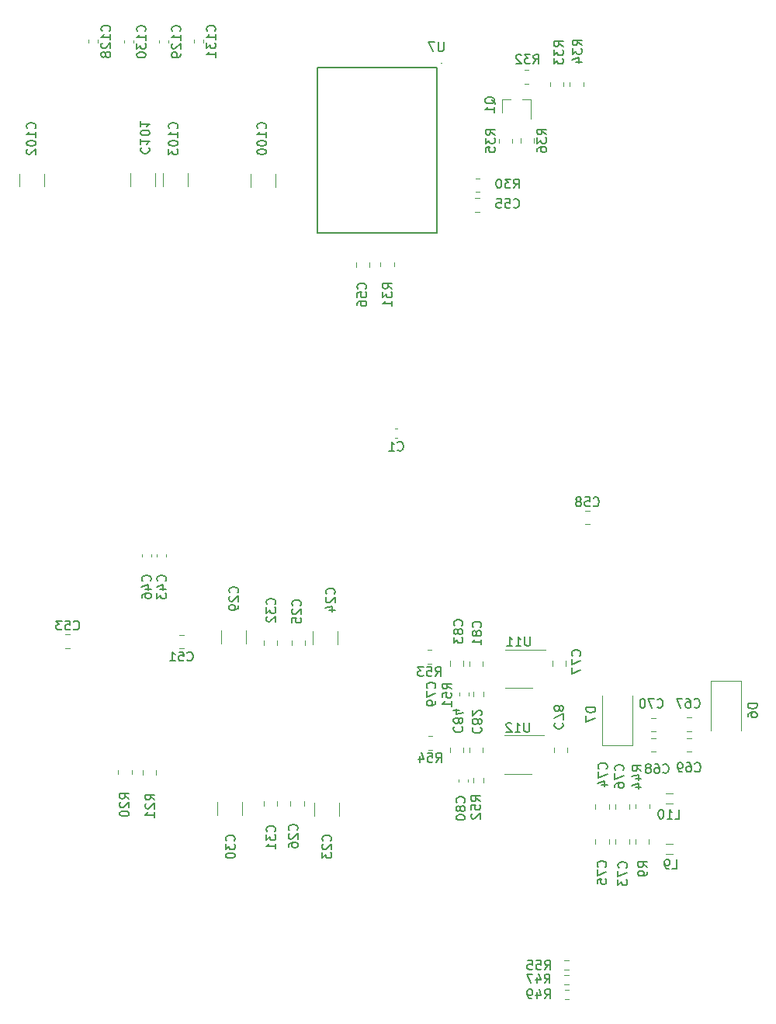
<source format=gbr>
G04 #@! TF.GenerationSoftware,KiCad,Pcbnew,5.1.9*
G04 #@! TF.CreationDate,2021-06-24T12:15:12+08:00*
G04 #@! TF.ProjectId,digital-amplifier2,64696769-7461-46c2-9d61-6d706c696669,rev?*
G04 #@! TF.SameCoordinates,Original*
G04 #@! TF.FileFunction,Legend,Bot*
G04 #@! TF.FilePolarity,Positive*
%FSLAX46Y46*%
G04 Gerber Fmt 4.6, Leading zero omitted, Abs format (unit mm)*
G04 Created by KiCad (PCBNEW 5.1.9) date 2021-06-24 12:15:12*
%MOMM*%
%LPD*%
G01*
G04 APERTURE LIST*
%ADD10C,0.120000*%
%ADD11C,0.150000*%
G04 APERTURE END LIST*
D10*
X165954942Y-212955400D02*
X166429458Y-212955400D01*
X165954942Y-211910400D02*
X166429458Y-211910400D01*
X165967642Y-216143100D02*
X166442158Y-216143100D01*
X165967642Y-215098100D02*
X166442158Y-215098100D01*
X165954942Y-214542900D02*
X166429458Y-214542900D01*
X165954942Y-213497900D02*
X166429458Y-213497900D01*
X168726752Y-164374500D02*
X168204248Y-164374500D01*
X168726752Y-162904500D02*
X168204248Y-162904500D01*
X150991836Y-179551000D02*
X151445964Y-179551000D01*
X150991836Y-178081000D02*
X151445964Y-178081000D01*
X173737600Y-194888436D02*
X173737600Y-195342564D01*
X175207600Y-194888436D02*
X175207600Y-195342564D01*
X175182200Y-199192564D02*
X175182200Y-198738436D01*
X173712200Y-199192564D02*
X173712200Y-198738436D01*
X160883600Y-187399400D02*
X163758600Y-187399400D01*
X160883600Y-187399400D02*
X159383600Y-187399400D01*
X160883600Y-191619400D02*
X162383600Y-191619400D01*
X160883600Y-191619400D02*
X159383600Y-191619400D01*
X160969960Y-178014100D02*
X163844960Y-178014100D01*
X160969960Y-178014100D02*
X159469960Y-178014100D01*
X160969960Y-182234100D02*
X162469960Y-182234100D01*
X160969960Y-182234100D02*
X159469960Y-182234100D01*
X167994000Y-116622564D02*
X167994000Y-116168436D01*
X166524000Y-116622564D02*
X166524000Y-116168436D01*
X147443580Y-153957560D02*
X147724740Y-153957560D01*
X147443580Y-154977560D02*
X147724740Y-154977560D01*
X156027860Y-192040742D02*
X156027860Y-192515258D01*
X157072860Y-192040742D02*
X157072860Y-192515258D01*
X156045640Y-182650362D02*
X156045640Y-183124878D01*
X157090640Y-182650362D02*
X157090640Y-183124878D01*
X154363960Y-192150120D02*
X154363960Y-192431280D01*
X155383960Y-192150120D02*
X155383960Y-192431280D01*
X154483340Y-182747040D02*
X154483340Y-183028200D01*
X155503340Y-182747040D02*
X155503340Y-183028200D01*
X125499400Y-111824380D02*
X125499400Y-111543220D01*
X126519400Y-111824380D02*
X126519400Y-111543220D01*
X117879400Y-111875180D02*
X117879400Y-111594020D01*
X118899400Y-111875180D02*
X118899400Y-111594020D01*
X121689400Y-111875180D02*
X121689400Y-111594020D01*
X122709400Y-111875180D02*
X122709400Y-111594020D01*
X114018600Y-111824380D02*
X114018600Y-111543220D01*
X115038600Y-111824380D02*
X115038600Y-111543220D01*
X122175440Y-127523292D02*
X122175440Y-126100788D01*
X124895440Y-127523292D02*
X124895440Y-126100788D01*
X106442680Y-127538532D02*
X106442680Y-126116028D01*
X109162680Y-127538532D02*
X109162680Y-126116028D01*
X118614360Y-127523292D02*
X118614360Y-126100788D01*
X121334360Y-127523292D02*
X121334360Y-126100788D01*
X131710600Y-127601292D02*
X131710600Y-126178788D01*
X134430600Y-127601292D02*
X134430600Y-126178788D01*
X119860600Y-167601020D02*
X119860600Y-167882180D01*
X120880600Y-167601020D02*
X120880600Y-167882180D01*
X121448100Y-167613720D02*
X121448100Y-167894880D01*
X122468100Y-167613720D02*
X122468100Y-167894880D01*
D11*
X152516840Y-114025680D02*
X152514300Y-114028220D01*
X139019000Y-114569240D02*
X151996140Y-114569240D01*
X139019000Y-132544820D02*
X139019000Y-114569240D01*
X152011380Y-132544820D02*
X139019000Y-132544820D01*
X152011380Y-114533680D02*
X152011380Y-132544820D01*
D10*
X151068036Y-188936300D02*
X151522164Y-188936300D01*
X151068036Y-187466300D02*
X151522164Y-187466300D01*
X162609200Y-122726184D02*
X162609200Y-122272056D01*
X161139200Y-122726184D02*
X161139200Y-122272056D01*
X158817640Y-122302536D02*
X158817640Y-122756664D01*
X160287640Y-122302536D02*
X160287640Y-122756664D01*
X165840080Y-116607324D02*
X165840080Y-116153196D01*
X164370080Y-116607324D02*
X164370080Y-116153196D01*
X161588716Y-116299920D02*
X162042844Y-116299920D01*
X161588716Y-114829920D02*
X162042844Y-114829920D01*
X147338720Y-135810256D02*
X147338720Y-136264384D01*
X145868720Y-135810256D02*
X145868720Y-136264384D01*
X156236936Y-128141400D02*
X156691064Y-128141400D01*
X156236936Y-126671400D02*
X156691064Y-126671400D01*
X121395160Y-191671944D02*
X121395160Y-191217816D01*
X119925160Y-191671944D02*
X119925160Y-191217816D01*
X118743400Y-191636384D02*
X118743400Y-191182256D01*
X117273400Y-191636384D02*
X117273400Y-191182256D01*
X159148660Y-118007860D02*
X160078660Y-118007860D01*
X162308660Y-118007860D02*
X161378660Y-118007860D01*
X162308660Y-118007860D02*
X162308660Y-120167860D01*
X159148660Y-118007860D02*
X159148660Y-119467860D01*
X177793222Y-193725500D02*
X176993978Y-193725500D01*
X177793222Y-194845500D02*
X176993978Y-194845500D01*
X177793222Y-199223700D02*
X176993978Y-199223700D01*
X177793222Y-200343700D02*
X176993978Y-200343700D01*
X173341300Y-188489800D02*
X170041300Y-188489800D01*
X170041300Y-188489800D02*
X170041300Y-183089800D01*
X173341300Y-188489800D02*
X173341300Y-183089800D01*
X181941200Y-181417000D02*
X185241200Y-181417000D01*
X185241200Y-181417000D02*
X185241200Y-186817000D01*
X181941200Y-181417000D02*
X181941200Y-186817000D01*
X154928240Y-189219472D02*
X154928240Y-188696968D01*
X153458240Y-189219472D02*
X153458240Y-188696968D01*
X153430300Y-179278648D02*
X153430300Y-179801152D01*
X154900300Y-179278648D02*
X154900300Y-179801152D01*
X157061840Y-189206772D02*
X157061840Y-188684268D01*
X155591840Y-189206772D02*
X155591840Y-188684268D01*
X155576600Y-179291348D02*
X155576600Y-179813852D01*
X157046600Y-179291348D02*
X157046600Y-179813852D01*
X166266800Y-189211852D02*
X166266800Y-188689348D01*
X164796800Y-189211852D02*
X164796800Y-188689348D01*
X164613920Y-179273568D02*
X164613920Y-179796072D01*
X166083920Y-179273568D02*
X166083920Y-179796072D01*
X171527800Y-194874248D02*
X171527800Y-195396752D01*
X172997800Y-194874248D02*
X172997800Y-195396752D01*
X170813400Y-199206752D02*
X170813400Y-198684248D01*
X169343400Y-199206752D02*
X169343400Y-198684248D01*
X169330700Y-194874248D02*
X169330700Y-195396752D01*
X170800700Y-194874248D02*
X170800700Y-195396752D01*
X173010500Y-199206752D02*
X173010500Y-198684248D01*
X171540500Y-199206752D02*
X171540500Y-198684248D01*
X175367048Y-186942400D02*
X175889552Y-186942400D01*
X175367048Y-185472400D02*
X175889552Y-185472400D01*
X179788452Y-187694900D02*
X179265948Y-187694900D01*
X179788452Y-189164900D02*
X179265948Y-189164900D01*
X175367048Y-189139500D02*
X175889552Y-189139500D01*
X175367048Y-187669500D02*
X175889552Y-187669500D01*
X179801152Y-185459700D02*
X179278648Y-185459700D01*
X179801152Y-186929700D02*
X179278648Y-186929700D01*
X143206800Y-135819248D02*
X143206800Y-136341752D01*
X144676800Y-135819248D02*
X144676800Y-136341752D01*
X156177348Y-130262300D02*
X156699852Y-130262300D01*
X156177348Y-128792300D02*
X156699852Y-128792300D01*
X112021252Y-176376660D02*
X111498748Y-176376660D01*
X112021252Y-177846660D02*
X111498748Y-177846660D01*
X123891408Y-177877140D02*
X124413912Y-177877140D01*
X123891408Y-176407140D02*
X124413912Y-176407140D01*
X134613320Y-177517692D02*
X134613320Y-176995188D01*
X133143320Y-177517692D02*
X133143320Y-176995188D01*
X133123000Y-194531348D02*
X133123000Y-195053852D01*
X134593000Y-194531348D02*
X134593000Y-195053852D01*
X128058080Y-194624908D02*
X128058080Y-196047412D01*
X130778080Y-194624908D02*
X130778080Y-196047412D01*
X131194640Y-177368252D02*
X131194640Y-175945748D01*
X128474640Y-177368252D02*
X128474640Y-175945748D01*
X136054160Y-194546588D02*
X136054160Y-195069092D01*
X137524160Y-194546588D02*
X137524160Y-195069092D01*
X137671480Y-177543092D02*
X137671480Y-177020588D01*
X136201480Y-177543092D02*
X136201480Y-177020588D01*
X141207320Y-177419052D02*
X141207320Y-175996548D01*
X138487320Y-177419052D02*
X138487320Y-175996548D01*
X138644800Y-194751908D02*
X138644800Y-196174412D01*
X141364800Y-194751908D02*
X141364800Y-196174412D01*
D11*
X163799757Y-212936080D02*
X164133090Y-212459890D01*
X164371185Y-212936080D02*
X164371185Y-211936080D01*
X163990233Y-211936080D01*
X163894995Y-211983700D01*
X163847376Y-212031319D01*
X163799757Y-212126557D01*
X163799757Y-212269414D01*
X163847376Y-212364652D01*
X163894995Y-212412271D01*
X163990233Y-212459890D01*
X164371185Y-212459890D01*
X162894995Y-211936080D02*
X163371185Y-211936080D01*
X163418804Y-212412271D01*
X163371185Y-212364652D01*
X163275947Y-212317033D01*
X163037852Y-212317033D01*
X162942614Y-212364652D01*
X162894995Y-212412271D01*
X162847376Y-212507509D01*
X162847376Y-212745604D01*
X162894995Y-212840842D01*
X162942614Y-212888461D01*
X163037852Y-212936080D01*
X163275947Y-212936080D01*
X163371185Y-212888461D01*
X163418804Y-212840842D01*
X161942614Y-211936080D02*
X162418804Y-211936080D01*
X162466423Y-212412271D01*
X162418804Y-212364652D01*
X162323566Y-212317033D01*
X162085471Y-212317033D01*
X161990233Y-212364652D01*
X161942614Y-212412271D01*
X161894995Y-212507509D01*
X161894995Y-212745604D01*
X161942614Y-212840842D01*
X161990233Y-212888461D01*
X162085471Y-212936080D01*
X162323566Y-212936080D01*
X162418804Y-212888461D01*
X162466423Y-212840842D01*
X163787057Y-216085680D02*
X164120390Y-215609490D01*
X164358485Y-216085680D02*
X164358485Y-215085680D01*
X163977533Y-215085680D01*
X163882295Y-215133300D01*
X163834676Y-215180919D01*
X163787057Y-215276157D01*
X163787057Y-215419014D01*
X163834676Y-215514252D01*
X163882295Y-215561871D01*
X163977533Y-215609490D01*
X164358485Y-215609490D01*
X162929914Y-215419014D02*
X162929914Y-216085680D01*
X163168009Y-215038061D02*
X163406104Y-215752347D01*
X162787057Y-215752347D01*
X162358485Y-216085680D02*
X162168009Y-216085680D01*
X162072771Y-216038061D01*
X162025152Y-215990442D01*
X161929914Y-215847585D01*
X161882295Y-215657109D01*
X161882295Y-215276157D01*
X161929914Y-215180919D01*
X161977533Y-215133300D01*
X162072771Y-215085680D01*
X162263247Y-215085680D01*
X162358485Y-215133300D01*
X162406104Y-215180919D01*
X162453723Y-215276157D01*
X162453723Y-215514252D01*
X162406104Y-215609490D01*
X162358485Y-215657109D01*
X162263247Y-215704728D01*
X162072771Y-215704728D01*
X161977533Y-215657109D01*
X161929914Y-215609490D01*
X161882295Y-215514252D01*
X163774357Y-214409280D02*
X164107690Y-213933090D01*
X164345785Y-214409280D02*
X164345785Y-213409280D01*
X163964833Y-213409280D01*
X163869595Y-213456900D01*
X163821976Y-213504519D01*
X163774357Y-213599757D01*
X163774357Y-213742614D01*
X163821976Y-213837852D01*
X163869595Y-213885471D01*
X163964833Y-213933090D01*
X164345785Y-213933090D01*
X162917214Y-213742614D02*
X162917214Y-214409280D01*
X163155309Y-213361661D02*
X163393404Y-214075947D01*
X162774357Y-214075947D01*
X162488642Y-213409280D02*
X161821976Y-213409280D01*
X162250547Y-214409280D01*
X169108357Y-162316642D02*
X169155976Y-162364261D01*
X169298833Y-162411880D01*
X169394071Y-162411880D01*
X169536928Y-162364261D01*
X169632166Y-162269023D01*
X169679785Y-162173785D01*
X169727404Y-161983309D01*
X169727404Y-161840452D01*
X169679785Y-161649976D01*
X169632166Y-161554738D01*
X169536928Y-161459500D01*
X169394071Y-161411880D01*
X169298833Y-161411880D01*
X169155976Y-161459500D01*
X169108357Y-161507119D01*
X168203595Y-161411880D02*
X168679785Y-161411880D01*
X168727404Y-161888071D01*
X168679785Y-161840452D01*
X168584547Y-161792833D01*
X168346452Y-161792833D01*
X168251214Y-161840452D01*
X168203595Y-161888071D01*
X168155976Y-161983309D01*
X168155976Y-162221404D01*
X168203595Y-162316642D01*
X168251214Y-162364261D01*
X168346452Y-162411880D01*
X168584547Y-162411880D01*
X168679785Y-162364261D01*
X168727404Y-162316642D01*
X167584547Y-161840452D02*
X167679785Y-161792833D01*
X167727404Y-161745214D01*
X167775023Y-161649976D01*
X167775023Y-161602357D01*
X167727404Y-161507119D01*
X167679785Y-161459500D01*
X167584547Y-161411880D01*
X167394071Y-161411880D01*
X167298833Y-161459500D01*
X167251214Y-161507119D01*
X167203595Y-161602357D01*
X167203595Y-161649976D01*
X167251214Y-161745214D01*
X167298833Y-161792833D01*
X167394071Y-161840452D01*
X167584547Y-161840452D01*
X167679785Y-161888071D01*
X167727404Y-161935690D01*
X167775023Y-162030928D01*
X167775023Y-162221404D01*
X167727404Y-162316642D01*
X167679785Y-162364261D01*
X167584547Y-162411880D01*
X167394071Y-162411880D01*
X167298833Y-162364261D01*
X167251214Y-162316642D01*
X167203595Y-162221404D01*
X167203595Y-162030928D01*
X167251214Y-161935690D01*
X167298833Y-161888071D01*
X167394071Y-161840452D01*
X151861757Y-180918380D02*
X152195090Y-180442190D01*
X152433185Y-180918380D02*
X152433185Y-179918380D01*
X152052233Y-179918380D01*
X151956995Y-179966000D01*
X151909376Y-180013619D01*
X151861757Y-180108857D01*
X151861757Y-180251714D01*
X151909376Y-180346952D01*
X151956995Y-180394571D01*
X152052233Y-180442190D01*
X152433185Y-180442190D01*
X150956995Y-179918380D02*
X151433185Y-179918380D01*
X151480804Y-180394571D01*
X151433185Y-180346952D01*
X151337947Y-180299333D01*
X151099852Y-180299333D01*
X151004614Y-180346952D01*
X150956995Y-180394571D01*
X150909376Y-180489809D01*
X150909376Y-180727904D01*
X150956995Y-180823142D01*
X151004614Y-180870761D01*
X151099852Y-180918380D01*
X151337947Y-180918380D01*
X151433185Y-180870761D01*
X151480804Y-180823142D01*
X150576042Y-179918380D02*
X149956995Y-179918380D01*
X150290328Y-180299333D01*
X150147471Y-180299333D01*
X150052233Y-180346952D01*
X150004614Y-180394571D01*
X149956995Y-180489809D01*
X149956995Y-180727904D01*
X150004614Y-180823142D01*
X150052233Y-180870761D01*
X150147471Y-180918380D01*
X150433185Y-180918380D01*
X150528423Y-180870761D01*
X150576042Y-180823142D01*
X174340780Y-191266842D02*
X173864590Y-190933509D01*
X174340780Y-190695414D02*
X173340780Y-190695414D01*
X173340780Y-191076366D01*
X173388400Y-191171604D01*
X173436019Y-191219223D01*
X173531257Y-191266842D01*
X173674114Y-191266842D01*
X173769352Y-191219223D01*
X173816971Y-191171604D01*
X173864590Y-191076366D01*
X173864590Y-190695414D01*
X173674114Y-192123985D02*
X174340780Y-192123985D01*
X173293161Y-191885890D02*
X174007447Y-191647795D01*
X174007447Y-192266842D01*
X173674114Y-193076366D02*
X174340780Y-193076366D01*
X173293161Y-192838271D02*
X174007447Y-192600176D01*
X174007447Y-193219223D01*
X174988480Y-201776033D02*
X174512290Y-201442700D01*
X174988480Y-201204604D02*
X173988480Y-201204604D01*
X173988480Y-201585557D01*
X174036100Y-201680795D01*
X174083719Y-201728414D01*
X174178957Y-201776033D01*
X174321814Y-201776033D01*
X174417052Y-201728414D01*
X174464671Y-201680795D01*
X174512290Y-201585557D01*
X174512290Y-201204604D01*
X174988480Y-202252223D02*
X174988480Y-202442700D01*
X174940861Y-202537938D01*
X174893242Y-202585557D01*
X174750385Y-202680795D01*
X174559909Y-202728414D01*
X174178957Y-202728414D01*
X174083719Y-202680795D01*
X174036100Y-202633176D01*
X173988480Y-202537938D01*
X173988480Y-202347461D01*
X174036100Y-202252223D01*
X174083719Y-202204604D01*
X174178957Y-202156985D01*
X174417052Y-202156985D01*
X174512290Y-202204604D01*
X174559909Y-202252223D01*
X174607528Y-202347461D01*
X174607528Y-202537938D01*
X174559909Y-202633176D01*
X174512290Y-202680795D01*
X174417052Y-202728414D01*
X162121695Y-186011780D02*
X162121695Y-186821304D01*
X162074076Y-186916542D01*
X162026457Y-186964161D01*
X161931219Y-187011780D01*
X161740742Y-187011780D01*
X161645504Y-186964161D01*
X161597885Y-186916542D01*
X161550266Y-186821304D01*
X161550266Y-186011780D01*
X160550266Y-187011780D02*
X161121695Y-187011780D01*
X160835980Y-187011780D02*
X160835980Y-186011780D01*
X160931219Y-186154638D01*
X161026457Y-186249876D01*
X161121695Y-186297495D01*
X160169314Y-186107019D02*
X160121695Y-186059400D01*
X160026457Y-186011780D01*
X159788361Y-186011780D01*
X159693123Y-186059400D01*
X159645504Y-186107019D01*
X159597885Y-186202257D01*
X159597885Y-186297495D01*
X159645504Y-186440352D01*
X160216933Y-187011780D01*
X159597885Y-187011780D01*
X162208055Y-176626480D02*
X162208055Y-177436004D01*
X162160436Y-177531242D01*
X162112817Y-177578861D01*
X162017579Y-177626480D01*
X161827102Y-177626480D01*
X161731864Y-177578861D01*
X161684245Y-177531242D01*
X161636626Y-177436004D01*
X161636626Y-176626480D01*
X160636626Y-177626480D02*
X161208055Y-177626480D01*
X160922340Y-177626480D02*
X160922340Y-176626480D01*
X161017579Y-176769338D01*
X161112817Y-176864576D01*
X161208055Y-176912195D01*
X159684245Y-177626480D02*
X160255674Y-177626480D01*
X159969960Y-177626480D02*
X159969960Y-176626480D01*
X160065198Y-176769338D01*
X160160436Y-176864576D01*
X160255674Y-176912195D01*
X167838380Y-112133142D02*
X167362190Y-111799809D01*
X167838380Y-111561714D02*
X166838380Y-111561714D01*
X166838380Y-111942666D01*
X166886000Y-112037904D01*
X166933619Y-112085523D01*
X167028857Y-112133142D01*
X167171714Y-112133142D01*
X167266952Y-112085523D01*
X167314571Y-112037904D01*
X167362190Y-111942666D01*
X167362190Y-111561714D01*
X166838380Y-112466476D02*
X166838380Y-113085523D01*
X167219333Y-112752190D01*
X167219333Y-112895047D01*
X167266952Y-112990285D01*
X167314571Y-113037904D01*
X167409809Y-113085523D01*
X167647904Y-113085523D01*
X167743142Y-113037904D01*
X167790761Y-112990285D01*
X167838380Y-112895047D01*
X167838380Y-112609333D01*
X167790761Y-112514095D01*
X167743142Y-112466476D01*
X167171714Y-113942666D02*
X167838380Y-113942666D01*
X166790761Y-113704571D02*
X167505047Y-113466476D01*
X167505047Y-114085523D01*
X147750826Y-156254702D02*
X147798445Y-156302321D01*
X147941302Y-156349940D01*
X148036540Y-156349940D01*
X148179398Y-156302321D01*
X148274636Y-156207083D01*
X148322255Y-156111845D01*
X148369874Y-155921369D01*
X148369874Y-155778512D01*
X148322255Y-155588036D01*
X148274636Y-155492798D01*
X148179398Y-155397560D01*
X148036540Y-155349940D01*
X147941302Y-155349940D01*
X147798445Y-155397560D01*
X147750826Y-155445179D01*
X146798445Y-156349940D02*
X147369874Y-156349940D01*
X147084160Y-156349940D02*
X147084160Y-155349940D01*
X147179398Y-155492798D01*
X147274636Y-155588036D01*
X147369874Y-155635655D01*
X156763980Y-194581542D02*
X156287790Y-194248209D01*
X156763980Y-194010114D02*
X155763980Y-194010114D01*
X155763980Y-194391066D01*
X155811600Y-194486304D01*
X155859219Y-194533923D01*
X155954457Y-194581542D01*
X156097314Y-194581542D01*
X156192552Y-194533923D01*
X156240171Y-194486304D01*
X156287790Y-194391066D01*
X156287790Y-194010114D01*
X155763980Y-195486304D02*
X155763980Y-195010114D01*
X156240171Y-194962495D01*
X156192552Y-195010114D01*
X156144933Y-195105352D01*
X156144933Y-195343447D01*
X156192552Y-195438685D01*
X156240171Y-195486304D01*
X156335409Y-195533923D01*
X156573504Y-195533923D01*
X156668742Y-195486304D01*
X156716361Y-195438685D01*
X156763980Y-195343447D01*
X156763980Y-195105352D01*
X156716361Y-195010114D01*
X156668742Y-194962495D01*
X155859219Y-195914876D02*
X155811600Y-195962495D01*
X155763980Y-196057733D01*
X155763980Y-196295828D01*
X155811600Y-196391066D01*
X155859219Y-196438685D01*
X155954457Y-196486304D01*
X156049695Y-196486304D01*
X156192552Y-196438685D01*
X156763980Y-195867257D01*
X156763980Y-196486304D01*
X153627080Y-182326042D02*
X153150890Y-181992709D01*
X153627080Y-181754614D02*
X152627080Y-181754614D01*
X152627080Y-182135566D01*
X152674700Y-182230804D01*
X152722319Y-182278423D01*
X152817557Y-182326042D01*
X152960414Y-182326042D01*
X153055652Y-182278423D01*
X153103271Y-182230804D01*
X153150890Y-182135566D01*
X153150890Y-181754614D01*
X152627080Y-183230804D02*
X152627080Y-182754614D01*
X153103271Y-182706995D01*
X153055652Y-182754614D01*
X153008033Y-182849852D01*
X153008033Y-183087947D01*
X153055652Y-183183185D01*
X153103271Y-183230804D01*
X153198509Y-183278423D01*
X153436604Y-183278423D01*
X153531842Y-183230804D01*
X153579461Y-183183185D01*
X153627080Y-183087947D01*
X153627080Y-182849852D01*
X153579461Y-182754614D01*
X153531842Y-182706995D01*
X153627080Y-184230804D02*
X153627080Y-183659376D01*
X153627080Y-183945090D02*
X152627080Y-183945090D01*
X152769938Y-183849852D01*
X152865176Y-183754614D01*
X152912795Y-183659376D01*
X155017742Y-194708542D02*
X155065361Y-194660923D01*
X155112980Y-194518066D01*
X155112980Y-194422828D01*
X155065361Y-194279971D01*
X154970123Y-194184733D01*
X154874885Y-194137114D01*
X154684409Y-194089495D01*
X154541552Y-194089495D01*
X154351076Y-194137114D01*
X154255838Y-194184733D01*
X154160600Y-194279971D01*
X154112980Y-194422828D01*
X154112980Y-194518066D01*
X154160600Y-194660923D01*
X154208219Y-194708542D01*
X154541552Y-195279971D02*
X154493933Y-195184733D01*
X154446314Y-195137114D01*
X154351076Y-195089495D01*
X154303457Y-195089495D01*
X154208219Y-195137114D01*
X154160600Y-195184733D01*
X154112980Y-195279971D01*
X154112980Y-195470447D01*
X154160600Y-195565685D01*
X154208219Y-195613304D01*
X154303457Y-195660923D01*
X154351076Y-195660923D01*
X154446314Y-195613304D01*
X154493933Y-195565685D01*
X154541552Y-195470447D01*
X154541552Y-195279971D01*
X154589171Y-195184733D01*
X154636790Y-195137114D01*
X154732028Y-195089495D01*
X154922504Y-195089495D01*
X155017742Y-195137114D01*
X155065361Y-195184733D01*
X155112980Y-195279971D01*
X155112980Y-195470447D01*
X155065361Y-195565685D01*
X155017742Y-195613304D01*
X154922504Y-195660923D01*
X154732028Y-195660923D01*
X154636790Y-195613304D01*
X154589171Y-195565685D01*
X154541552Y-195470447D01*
X154112980Y-196279971D02*
X154112980Y-196375209D01*
X154160600Y-196470447D01*
X154208219Y-196518066D01*
X154303457Y-196565685D01*
X154493933Y-196613304D01*
X154732028Y-196613304D01*
X154922504Y-196565685D01*
X155017742Y-196518066D01*
X155065361Y-196470447D01*
X155112980Y-196375209D01*
X155112980Y-196279971D01*
X155065361Y-196184733D01*
X155017742Y-196137114D01*
X154922504Y-196089495D01*
X154732028Y-196041876D01*
X154493933Y-196041876D01*
X154303457Y-196089495D01*
X154208219Y-196137114D01*
X154160600Y-196184733D01*
X154112980Y-196279971D01*
X151804642Y-182237142D02*
X151852261Y-182189523D01*
X151899880Y-182046666D01*
X151899880Y-181951428D01*
X151852261Y-181808571D01*
X151757023Y-181713333D01*
X151661785Y-181665714D01*
X151471309Y-181618095D01*
X151328452Y-181618095D01*
X151137976Y-181665714D01*
X151042738Y-181713333D01*
X150947500Y-181808571D01*
X150899880Y-181951428D01*
X150899880Y-182046666D01*
X150947500Y-182189523D01*
X150995119Y-182237142D01*
X150899880Y-182570476D02*
X150899880Y-183237142D01*
X151899880Y-182808571D01*
X151899880Y-183665714D02*
X151899880Y-183856190D01*
X151852261Y-183951428D01*
X151804642Y-183999047D01*
X151661785Y-184094285D01*
X151471309Y-184141904D01*
X151090357Y-184141904D01*
X150995119Y-184094285D01*
X150947500Y-184046666D01*
X150899880Y-183951428D01*
X150899880Y-183760952D01*
X150947500Y-183665714D01*
X150995119Y-183618095D01*
X151090357Y-183570476D01*
X151328452Y-183570476D01*
X151423690Y-183618095D01*
X151471309Y-183665714D01*
X151518928Y-183760952D01*
X151518928Y-183951428D01*
X151471309Y-184046666D01*
X151423690Y-184094285D01*
X151328452Y-184141904D01*
X127796542Y-110564752D02*
X127844161Y-110517133D01*
X127891780Y-110374276D01*
X127891780Y-110279038D01*
X127844161Y-110136180D01*
X127748923Y-110040942D01*
X127653685Y-109993323D01*
X127463209Y-109945704D01*
X127320352Y-109945704D01*
X127129876Y-109993323D01*
X127034638Y-110040942D01*
X126939400Y-110136180D01*
X126891780Y-110279038D01*
X126891780Y-110374276D01*
X126939400Y-110517133D01*
X126987019Y-110564752D01*
X127891780Y-111517133D02*
X127891780Y-110945704D01*
X127891780Y-111231419D02*
X126891780Y-111231419D01*
X127034638Y-111136180D01*
X127129876Y-111040942D01*
X127177495Y-110945704D01*
X126891780Y-111850466D02*
X126891780Y-112469514D01*
X127272733Y-112136180D01*
X127272733Y-112279038D01*
X127320352Y-112374276D01*
X127367971Y-112421895D01*
X127463209Y-112469514D01*
X127701304Y-112469514D01*
X127796542Y-112421895D01*
X127844161Y-112374276D01*
X127891780Y-112279038D01*
X127891780Y-111993323D01*
X127844161Y-111898085D01*
X127796542Y-111850466D01*
X127891780Y-113421895D02*
X127891780Y-112850466D01*
X127891780Y-113136180D02*
X126891780Y-113136180D01*
X127034638Y-113040942D01*
X127129876Y-112945704D01*
X127177495Y-112850466D01*
X120176542Y-110615552D02*
X120224161Y-110567933D01*
X120271780Y-110425076D01*
X120271780Y-110329838D01*
X120224161Y-110186980D01*
X120128923Y-110091742D01*
X120033685Y-110044123D01*
X119843209Y-109996504D01*
X119700352Y-109996504D01*
X119509876Y-110044123D01*
X119414638Y-110091742D01*
X119319400Y-110186980D01*
X119271780Y-110329838D01*
X119271780Y-110425076D01*
X119319400Y-110567933D01*
X119367019Y-110615552D01*
X120271780Y-111567933D02*
X120271780Y-110996504D01*
X120271780Y-111282219D02*
X119271780Y-111282219D01*
X119414638Y-111186980D01*
X119509876Y-111091742D01*
X119557495Y-110996504D01*
X119271780Y-111901266D02*
X119271780Y-112520314D01*
X119652733Y-112186980D01*
X119652733Y-112329838D01*
X119700352Y-112425076D01*
X119747971Y-112472695D01*
X119843209Y-112520314D01*
X120081304Y-112520314D01*
X120176542Y-112472695D01*
X120224161Y-112425076D01*
X120271780Y-112329838D01*
X120271780Y-112044123D01*
X120224161Y-111948885D01*
X120176542Y-111901266D01*
X119271780Y-113139361D02*
X119271780Y-113234600D01*
X119319400Y-113329838D01*
X119367019Y-113377457D01*
X119462257Y-113425076D01*
X119652733Y-113472695D01*
X119890828Y-113472695D01*
X120081304Y-113425076D01*
X120176542Y-113377457D01*
X120224161Y-113329838D01*
X120271780Y-113234600D01*
X120271780Y-113139361D01*
X120224161Y-113044123D01*
X120176542Y-112996504D01*
X120081304Y-112948885D01*
X119890828Y-112901266D01*
X119652733Y-112901266D01*
X119462257Y-112948885D01*
X119367019Y-112996504D01*
X119319400Y-113044123D01*
X119271780Y-113139361D01*
X123986542Y-110615552D02*
X124034161Y-110567933D01*
X124081780Y-110425076D01*
X124081780Y-110329838D01*
X124034161Y-110186980D01*
X123938923Y-110091742D01*
X123843685Y-110044123D01*
X123653209Y-109996504D01*
X123510352Y-109996504D01*
X123319876Y-110044123D01*
X123224638Y-110091742D01*
X123129400Y-110186980D01*
X123081780Y-110329838D01*
X123081780Y-110425076D01*
X123129400Y-110567933D01*
X123177019Y-110615552D01*
X124081780Y-111567933D02*
X124081780Y-110996504D01*
X124081780Y-111282219D02*
X123081780Y-111282219D01*
X123224638Y-111186980D01*
X123319876Y-111091742D01*
X123367495Y-110996504D01*
X123177019Y-111948885D02*
X123129400Y-111996504D01*
X123081780Y-112091742D01*
X123081780Y-112329838D01*
X123129400Y-112425076D01*
X123177019Y-112472695D01*
X123272257Y-112520314D01*
X123367495Y-112520314D01*
X123510352Y-112472695D01*
X124081780Y-111901266D01*
X124081780Y-112520314D01*
X124081780Y-112996504D02*
X124081780Y-113186980D01*
X124034161Y-113282219D01*
X123986542Y-113329838D01*
X123843685Y-113425076D01*
X123653209Y-113472695D01*
X123272257Y-113472695D01*
X123177019Y-113425076D01*
X123129400Y-113377457D01*
X123081780Y-113282219D01*
X123081780Y-113091742D01*
X123129400Y-112996504D01*
X123177019Y-112948885D01*
X123272257Y-112901266D01*
X123510352Y-112901266D01*
X123605590Y-112948885D01*
X123653209Y-112996504D01*
X123700828Y-113091742D01*
X123700828Y-113282219D01*
X123653209Y-113377457D01*
X123605590Y-113425076D01*
X123510352Y-113472695D01*
X116315742Y-110564752D02*
X116363361Y-110517133D01*
X116410980Y-110374276D01*
X116410980Y-110279038D01*
X116363361Y-110136180D01*
X116268123Y-110040942D01*
X116172885Y-109993323D01*
X115982409Y-109945704D01*
X115839552Y-109945704D01*
X115649076Y-109993323D01*
X115553838Y-110040942D01*
X115458600Y-110136180D01*
X115410980Y-110279038D01*
X115410980Y-110374276D01*
X115458600Y-110517133D01*
X115506219Y-110564752D01*
X116410980Y-111517133D02*
X116410980Y-110945704D01*
X116410980Y-111231419D02*
X115410980Y-111231419D01*
X115553838Y-111136180D01*
X115649076Y-111040942D01*
X115696695Y-110945704D01*
X115506219Y-111898085D02*
X115458600Y-111945704D01*
X115410980Y-112040942D01*
X115410980Y-112279038D01*
X115458600Y-112374276D01*
X115506219Y-112421895D01*
X115601457Y-112469514D01*
X115696695Y-112469514D01*
X115839552Y-112421895D01*
X116410980Y-111850466D01*
X116410980Y-112469514D01*
X115839552Y-113040942D02*
X115791933Y-112945704D01*
X115744314Y-112898085D01*
X115649076Y-112850466D01*
X115601457Y-112850466D01*
X115506219Y-112898085D01*
X115458600Y-112945704D01*
X115410980Y-113040942D01*
X115410980Y-113231419D01*
X115458600Y-113326657D01*
X115506219Y-113374276D01*
X115601457Y-113421895D01*
X115649076Y-113421895D01*
X115744314Y-113374276D01*
X115791933Y-113326657D01*
X115839552Y-113231419D01*
X115839552Y-113040942D01*
X115887171Y-112945704D01*
X115934790Y-112898085D01*
X116030028Y-112850466D01*
X116220504Y-112850466D01*
X116315742Y-112898085D01*
X116363361Y-112945704D01*
X116410980Y-113040942D01*
X116410980Y-113231419D01*
X116363361Y-113326657D01*
X116315742Y-113374276D01*
X116220504Y-113421895D01*
X116030028Y-113421895D01*
X115934790Y-113374276D01*
X115887171Y-113326657D01*
X115839552Y-113231419D01*
X123674142Y-121181952D02*
X123721761Y-121134333D01*
X123769380Y-120991476D01*
X123769380Y-120896238D01*
X123721761Y-120753380D01*
X123626523Y-120658142D01*
X123531285Y-120610523D01*
X123340809Y-120562904D01*
X123197952Y-120562904D01*
X123007476Y-120610523D01*
X122912238Y-120658142D01*
X122817000Y-120753380D01*
X122769380Y-120896238D01*
X122769380Y-120991476D01*
X122817000Y-121134333D01*
X122864619Y-121181952D01*
X123769380Y-122134333D02*
X123769380Y-121562904D01*
X123769380Y-121848619D02*
X122769380Y-121848619D01*
X122912238Y-121753380D01*
X123007476Y-121658142D01*
X123055095Y-121562904D01*
X122769380Y-122753380D02*
X122769380Y-122848619D01*
X122817000Y-122943857D01*
X122864619Y-122991476D01*
X122959857Y-123039095D01*
X123150333Y-123086714D01*
X123388428Y-123086714D01*
X123578904Y-123039095D01*
X123674142Y-122991476D01*
X123721761Y-122943857D01*
X123769380Y-122848619D01*
X123769380Y-122753380D01*
X123721761Y-122658142D01*
X123674142Y-122610523D01*
X123578904Y-122562904D01*
X123388428Y-122515285D01*
X123150333Y-122515285D01*
X122959857Y-122562904D01*
X122864619Y-122610523D01*
X122817000Y-122658142D01*
X122769380Y-122753380D01*
X122769380Y-123420047D02*
X122769380Y-124039095D01*
X123150333Y-123705761D01*
X123150333Y-123848619D01*
X123197952Y-123943857D01*
X123245571Y-123991476D01*
X123340809Y-124039095D01*
X123578904Y-124039095D01*
X123674142Y-123991476D01*
X123721761Y-123943857D01*
X123769380Y-123848619D01*
X123769380Y-123562904D01*
X123721761Y-123467666D01*
X123674142Y-123420047D01*
X108180142Y-121181952D02*
X108227761Y-121134333D01*
X108275380Y-120991476D01*
X108275380Y-120896238D01*
X108227761Y-120753380D01*
X108132523Y-120658142D01*
X108037285Y-120610523D01*
X107846809Y-120562904D01*
X107703952Y-120562904D01*
X107513476Y-120610523D01*
X107418238Y-120658142D01*
X107323000Y-120753380D01*
X107275380Y-120896238D01*
X107275380Y-120991476D01*
X107323000Y-121134333D01*
X107370619Y-121181952D01*
X108275380Y-122134333D02*
X108275380Y-121562904D01*
X108275380Y-121848619D02*
X107275380Y-121848619D01*
X107418238Y-121753380D01*
X107513476Y-121658142D01*
X107561095Y-121562904D01*
X107275380Y-122753380D02*
X107275380Y-122848619D01*
X107323000Y-122943857D01*
X107370619Y-122991476D01*
X107465857Y-123039095D01*
X107656333Y-123086714D01*
X107894428Y-123086714D01*
X108084904Y-123039095D01*
X108180142Y-122991476D01*
X108227761Y-122943857D01*
X108275380Y-122848619D01*
X108275380Y-122753380D01*
X108227761Y-122658142D01*
X108180142Y-122610523D01*
X108084904Y-122562904D01*
X107894428Y-122515285D01*
X107656333Y-122515285D01*
X107465857Y-122562904D01*
X107370619Y-122610523D01*
X107323000Y-122658142D01*
X107275380Y-122753380D01*
X107370619Y-123467666D02*
X107323000Y-123515285D01*
X107275380Y-123610523D01*
X107275380Y-123848619D01*
X107323000Y-123943857D01*
X107370619Y-123991476D01*
X107465857Y-124039095D01*
X107561095Y-124039095D01*
X107703952Y-123991476D01*
X108275380Y-123420047D01*
X108275380Y-124039095D01*
X119784857Y-123293047D02*
X119737238Y-123340666D01*
X119689619Y-123483523D01*
X119689619Y-123578761D01*
X119737238Y-123721619D01*
X119832476Y-123816857D01*
X119927714Y-123864476D01*
X120118190Y-123912095D01*
X120261047Y-123912095D01*
X120451523Y-123864476D01*
X120546761Y-123816857D01*
X120642000Y-123721619D01*
X120689619Y-123578761D01*
X120689619Y-123483523D01*
X120642000Y-123340666D01*
X120594380Y-123293047D01*
X119689619Y-122340666D02*
X119689619Y-122912095D01*
X119689619Y-122626380D02*
X120689619Y-122626380D01*
X120546761Y-122721619D01*
X120451523Y-122816857D01*
X120403904Y-122912095D01*
X120689619Y-121721619D02*
X120689619Y-121626380D01*
X120642000Y-121531142D01*
X120594380Y-121483523D01*
X120499142Y-121435904D01*
X120308666Y-121388285D01*
X120070571Y-121388285D01*
X119880095Y-121435904D01*
X119784857Y-121483523D01*
X119737238Y-121531142D01*
X119689619Y-121626380D01*
X119689619Y-121721619D01*
X119737238Y-121816857D01*
X119784857Y-121864476D01*
X119880095Y-121912095D01*
X120070571Y-121959714D01*
X120308666Y-121959714D01*
X120499142Y-121912095D01*
X120594380Y-121864476D01*
X120642000Y-121816857D01*
X120689619Y-121721619D01*
X119689619Y-120435904D02*
X119689619Y-121007333D01*
X119689619Y-120721619D02*
X120689619Y-120721619D01*
X120546761Y-120816857D01*
X120451523Y-120912095D01*
X120403904Y-121007333D01*
X133326142Y-121181952D02*
X133373761Y-121134333D01*
X133421380Y-120991476D01*
X133421380Y-120896238D01*
X133373761Y-120753380D01*
X133278523Y-120658142D01*
X133183285Y-120610523D01*
X132992809Y-120562904D01*
X132849952Y-120562904D01*
X132659476Y-120610523D01*
X132564238Y-120658142D01*
X132469000Y-120753380D01*
X132421380Y-120896238D01*
X132421380Y-120991476D01*
X132469000Y-121134333D01*
X132516619Y-121181952D01*
X133421380Y-122134333D02*
X133421380Y-121562904D01*
X133421380Y-121848619D02*
X132421380Y-121848619D01*
X132564238Y-121753380D01*
X132659476Y-121658142D01*
X132707095Y-121562904D01*
X132421380Y-122753380D02*
X132421380Y-122848619D01*
X132469000Y-122943857D01*
X132516619Y-122991476D01*
X132611857Y-123039095D01*
X132802333Y-123086714D01*
X133040428Y-123086714D01*
X133230904Y-123039095D01*
X133326142Y-122991476D01*
X133373761Y-122943857D01*
X133421380Y-122848619D01*
X133421380Y-122753380D01*
X133373761Y-122658142D01*
X133326142Y-122610523D01*
X133230904Y-122562904D01*
X133040428Y-122515285D01*
X132802333Y-122515285D01*
X132611857Y-122562904D01*
X132516619Y-122610523D01*
X132469000Y-122658142D01*
X132421380Y-122753380D01*
X132421380Y-123705761D02*
X132421380Y-123801000D01*
X132469000Y-123896238D01*
X132516619Y-123943857D01*
X132611857Y-123991476D01*
X132802333Y-124039095D01*
X133040428Y-124039095D01*
X133230904Y-123991476D01*
X133326142Y-123943857D01*
X133373761Y-123896238D01*
X133421380Y-123801000D01*
X133421380Y-123705761D01*
X133373761Y-123610523D01*
X133326142Y-123562904D01*
X133230904Y-123515285D01*
X133040428Y-123467666D01*
X132802333Y-123467666D01*
X132611857Y-123515285D01*
X132516619Y-123562904D01*
X132469000Y-123610523D01*
X132421380Y-123705761D01*
X120753142Y-170553142D02*
X120800761Y-170505523D01*
X120848380Y-170362666D01*
X120848380Y-170267428D01*
X120800761Y-170124571D01*
X120705523Y-170029333D01*
X120610285Y-169981714D01*
X120419809Y-169934095D01*
X120276952Y-169934095D01*
X120086476Y-169981714D01*
X119991238Y-170029333D01*
X119896000Y-170124571D01*
X119848380Y-170267428D01*
X119848380Y-170362666D01*
X119896000Y-170505523D01*
X119943619Y-170553142D01*
X120181714Y-171410285D02*
X120848380Y-171410285D01*
X119800761Y-171172190D02*
X120515047Y-170934095D01*
X120515047Y-171553142D01*
X119848380Y-172362666D02*
X119848380Y-172172190D01*
X119896000Y-172076952D01*
X119943619Y-172029333D01*
X120086476Y-171934095D01*
X120276952Y-171886476D01*
X120657904Y-171886476D01*
X120753142Y-171934095D01*
X120800761Y-171981714D01*
X120848380Y-172076952D01*
X120848380Y-172267428D01*
X120800761Y-172362666D01*
X120753142Y-172410285D01*
X120657904Y-172457904D01*
X120419809Y-172457904D01*
X120324571Y-172410285D01*
X120276952Y-172362666D01*
X120229333Y-172267428D01*
X120229333Y-172076952D01*
X120276952Y-171981714D01*
X120324571Y-171934095D01*
X120419809Y-171886476D01*
X122404142Y-170553142D02*
X122451761Y-170505523D01*
X122499380Y-170362666D01*
X122499380Y-170267428D01*
X122451761Y-170124571D01*
X122356523Y-170029333D01*
X122261285Y-169981714D01*
X122070809Y-169934095D01*
X121927952Y-169934095D01*
X121737476Y-169981714D01*
X121642238Y-170029333D01*
X121547000Y-170124571D01*
X121499380Y-170267428D01*
X121499380Y-170362666D01*
X121547000Y-170505523D01*
X121594619Y-170553142D01*
X121832714Y-171410285D02*
X122499380Y-171410285D01*
X121451761Y-171172190D02*
X122166047Y-170934095D01*
X122166047Y-171553142D01*
X121499380Y-171838857D02*
X121499380Y-172457904D01*
X121880333Y-172124571D01*
X121880333Y-172267428D01*
X121927952Y-172362666D01*
X121975571Y-172410285D01*
X122070809Y-172457904D01*
X122308904Y-172457904D01*
X122404142Y-172410285D01*
X122451761Y-172362666D01*
X122499380Y-172267428D01*
X122499380Y-171981714D01*
X122451761Y-171886476D01*
X122404142Y-171838857D01*
X152760584Y-111783880D02*
X152760584Y-112593404D01*
X152712965Y-112688642D01*
X152665346Y-112736261D01*
X152570108Y-112783880D01*
X152379632Y-112783880D01*
X152284394Y-112736261D01*
X152236775Y-112688642D01*
X152189156Y-112593404D01*
X152189156Y-111783880D01*
X151808203Y-111783880D02*
X151141537Y-111783880D01*
X151570108Y-112783880D01*
X151937957Y-190303680D02*
X152271290Y-189827490D01*
X152509385Y-190303680D02*
X152509385Y-189303680D01*
X152128433Y-189303680D01*
X152033195Y-189351300D01*
X151985576Y-189398919D01*
X151937957Y-189494157D01*
X151937957Y-189637014D01*
X151985576Y-189732252D01*
X152033195Y-189779871D01*
X152128433Y-189827490D01*
X152509385Y-189827490D01*
X151033195Y-189303680D02*
X151509385Y-189303680D01*
X151557004Y-189779871D01*
X151509385Y-189732252D01*
X151414147Y-189684633D01*
X151176052Y-189684633D01*
X151080814Y-189732252D01*
X151033195Y-189779871D01*
X150985576Y-189875109D01*
X150985576Y-190113204D01*
X151033195Y-190208442D01*
X151080814Y-190256061D01*
X151176052Y-190303680D01*
X151414147Y-190303680D01*
X151509385Y-190256061D01*
X151557004Y-190208442D01*
X150128433Y-189637014D02*
X150128433Y-190303680D01*
X150366528Y-189256061D02*
X150604623Y-189970347D01*
X149985576Y-189970347D01*
X163976580Y-121856262D02*
X163500390Y-121522929D01*
X163976580Y-121284834D02*
X162976580Y-121284834D01*
X162976580Y-121665786D01*
X163024200Y-121761024D01*
X163071819Y-121808643D01*
X163167057Y-121856262D01*
X163309914Y-121856262D01*
X163405152Y-121808643D01*
X163452771Y-121761024D01*
X163500390Y-121665786D01*
X163500390Y-121284834D01*
X162976580Y-122189596D02*
X162976580Y-122808643D01*
X163357533Y-122475310D01*
X163357533Y-122618167D01*
X163405152Y-122713405D01*
X163452771Y-122761024D01*
X163548009Y-122808643D01*
X163786104Y-122808643D01*
X163881342Y-122761024D01*
X163928961Y-122713405D01*
X163976580Y-122618167D01*
X163976580Y-122332453D01*
X163928961Y-122237215D01*
X163881342Y-122189596D01*
X162976580Y-123665786D02*
X162976580Y-123475310D01*
X163024200Y-123380072D01*
X163071819Y-123332453D01*
X163214676Y-123237215D01*
X163405152Y-123189596D01*
X163786104Y-123189596D01*
X163881342Y-123237215D01*
X163928961Y-123284834D01*
X163976580Y-123380072D01*
X163976580Y-123570548D01*
X163928961Y-123665786D01*
X163881342Y-123713405D01*
X163786104Y-123761024D01*
X163548009Y-123761024D01*
X163452771Y-123713405D01*
X163405152Y-123665786D01*
X163357533Y-123570548D01*
X163357533Y-123380072D01*
X163405152Y-123284834D01*
X163452771Y-123237215D01*
X163548009Y-123189596D01*
X158355020Y-121886742D02*
X157878830Y-121553409D01*
X158355020Y-121315314D02*
X157355020Y-121315314D01*
X157355020Y-121696266D01*
X157402640Y-121791504D01*
X157450259Y-121839123D01*
X157545497Y-121886742D01*
X157688354Y-121886742D01*
X157783592Y-121839123D01*
X157831211Y-121791504D01*
X157878830Y-121696266D01*
X157878830Y-121315314D01*
X157355020Y-122220076D02*
X157355020Y-122839123D01*
X157735973Y-122505790D01*
X157735973Y-122648647D01*
X157783592Y-122743885D01*
X157831211Y-122791504D01*
X157926449Y-122839123D01*
X158164544Y-122839123D01*
X158259782Y-122791504D01*
X158307401Y-122743885D01*
X158355020Y-122648647D01*
X158355020Y-122362933D01*
X158307401Y-122267695D01*
X158259782Y-122220076D01*
X157355020Y-123743885D02*
X157355020Y-123267695D01*
X157831211Y-123220076D01*
X157783592Y-123267695D01*
X157735973Y-123362933D01*
X157735973Y-123601028D01*
X157783592Y-123696266D01*
X157831211Y-123743885D01*
X157926449Y-123791504D01*
X158164544Y-123791504D01*
X158259782Y-123743885D01*
X158307401Y-123696266D01*
X158355020Y-123601028D01*
X158355020Y-123362933D01*
X158307401Y-123267695D01*
X158259782Y-123220076D01*
X165806380Y-112260142D02*
X165330190Y-111926809D01*
X165806380Y-111688714D02*
X164806380Y-111688714D01*
X164806380Y-112069666D01*
X164854000Y-112164904D01*
X164901619Y-112212523D01*
X164996857Y-112260142D01*
X165139714Y-112260142D01*
X165234952Y-112212523D01*
X165282571Y-112164904D01*
X165330190Y-112069666D01*
X165330190Y-111688714D01*
X164806380Y-112593476D02*
X164806380Y-113212523D01*
X165187333Y-112879190D01*
X165187333Y-113022047D01*
X165234952Y-113117285D01*
X165282571Y-113164904D01*
X165377809Y-113212523D01*
X165615904Y-113212523D01*
X165711142Y-113164904D01*
X165758761Y-113117285D01*
X165806380Y-113022047D01*
X165806380Y-112736333D01*
X165758761Y-112641095D01*
X165711142Y-112593476D01*
X164806380Y-113545857D02*
X164806380Y-114164904D01*
X165187333Y-113831571D01*
X165187333Y-113974428D01*
X165234952Y-114069666D01*
X165282571Y-114117285D01*
X165377809Y-114164904D01*
X165615904Y-114164904D01*
X165711142Y-114117285D01*
X165758761Y-114069666D01*
X165806380Y-113974428D01*
X165806380Y-113688714D01*
X165758761Y-113593476D01*
X165711142Y-113545857D01*
X162567857Y-114117380D02*
X162901190Y-113641190D01*
X163139285Y-114117380D02*
X163139285Y-113117380D01*
X162758333Y-113117380D01*
X162663095Y-113165000D01*
X162615476Y-113212619D01*
X162567857Y-113307857D01*
X162567857Y-113450714D01*
X162615476Y-113545952D01*
X162663095Y-113593571D01*
X162758333Y-113641190D01*
X163139285Y-113641190D01*
X162234523Y-113117380D02*
X161615476Y-113117380D01*
X161948809Y-113498333D01*
X161805952Y-113498333D01*
X161710714Y-113545952D01*
X161663095Y-113593571D01*
X161615476Y-113688809D01*
X161615476Y-113926904D01*
X161663095Y-114022142D01*
X161710714Y-114069761D01*
X161805952Y-114117380D01*
X162091666Y-114117380D01*
X162186904Y-114069761D01*
X162234523Y-114022142D01*
X161234523Y-113212619D02*
X161186904Y-113165000D01*
X161091666Y-113117380D01*
X160853571Y-113117380D01*
X160758333Y-113165000D01*
X160710714Y-113212619D01*
X160663095Y-113307857D01*
X160663095Y-113403095D01*
X160710714Y-113545952D01*
X161282142Y-114117380D01*
X160663095Y-114117380D01*
X147137380Y-138676142D02*
X146661190Y-138342809D01*
X147137380Y-138104714D02*
X146137380Y-138104714D01*
X146137380Y-138485666D01*
X146185000Y-138580904D01*
X146232619Y-138628523D01*
X146327857Y-138676142D01*
X146470714Y-138676142D01*
X146565952Y-138628523D01*
X146613571Y-138580904D01*
X146661190Y-138485666D01*
X146661190Y-138104714D01*
X146137380Y-139009476D02*
X146137380Y-139628523D01*
X146518333Y-139295190D01*
X146518333Y-139438047D01*
X146565952Y-139533285D01*
X146613571Y-139580904D01*
X146708809Y-139628523D01*
X146946904Y-139628523D01*
X147042142Y-139580904D01*
X147089761Y-139533285D01*
X147137380Y-139438047D01*
X147137380Y-139152333D01*
X147089761Y-139057095D01*
X147042142Y-139009476D01*
X147137380Y-140580904D02*
X147137380Y-140009476D01*
X147137380Y-140295190D02*
X146137380Y-140295190D01*
X146280238Y-140199952D01*
X146375476Y-140104714D01*
X146423095Y-140009476D01*
X160408857Y-127706380D02*
X160742190Y-127230190D01*
X160980285Y-127706380D02*
X160980285Y-126706380D01*
X160599333Y-126706380D01*
X160504095Y-126754000D01*
X160456476Y-126801619D01*
X160408857Y-126896857D01*
X160408857Y-127039714D01*
X160456476Y-127134952D01*
X160504095Y-127182571D01*
X160599333Y-127230190D01*
X160980285Y-127230190D01*
X160075523Y-126706380D02*
X159456476Y-126706380D01*
X159789809Y-127087333D01*
X159646952Y-127087333D01*
X159551714Y-127134952D01*
X159504095Y-127182571D01*
X159456476Y-127277809D01*
X159456476Y-127515904D01*
X159504095Y-127611142D01*
X159551714Y-127658761D01*
X159646952Y-127706380D01*
X159932666Y-127706380D01*
X160027904Y-127658761D01*
X160075523Y-127611142D01*
X158837428Y-126706380D02*
X158742190Y-126706380D01*
X158646952Y-126754000D01*
X158599333Y-126801619D01*
X158551714Y-126896857D01*
X158504095Y-127087333D01*
X158504095Y-127325428D01*
X158551714Y-127515904D01*
X158599333Y-127611142D01*
X158646952Y-127658761D01*
X158742190Y-127706380D01*
X158837428Y-127706380D01*
X158932666Y-127658761D01*
X158980285Y-127611142D01*
X159027904Y-127515904D01*
X159075523Y-127325428D01*
X159075523Y-127087333D01*
X159027904Y-126896857D01*
X158980285Y-126801619D01*
X158932666Y-126754000D01*
X158837428Y-126706380D01*
X121229380Y-194429142D02*
X120753190Y-194095809D01*
X121229380Y-193857714D02*
X120229380Y-193857714D01*
X120229380Y-194238666D01*
X120277000Y-194333904D01*
X120324619Y-194381523D01*
X120419857Y-194429142D01*
X120562714Y-194429142D01*
X120657952Y-194381523D01*
X120705571Y-194333904D01*
X120753190Y-194238666D01*
X120753190Y-193857714D01*
X120324619Y-194810095D02*
X120277000Y-194857714D01*
X120229380Y-194952952D01*
X120229380Y-195191047D01*
X120277000Y-195286285D01*
X120324619Y-195333904D01*
X120419857Y-195381523D01*
X120515095Y-195381523D01*
X120657952Y-195333904D01*
X121229380Y-194762476D01*
X121229380Y-195381523D01*
X121229380Y-196333904D02*
X121229380Y-195762476D01*
X121229380Y-196048190D02*
X120229380Y-196048190D01*
X120372238Y-195952952D01*
X120467476Y-195857714D01*
X120515095Y-195762476D01*
X118435380Y-194302142D02*
X117959190Y-193968809D01*
X118435380Y-193730714D02*
X117435380Y-193730714D01*
X117435380Y-194111666D01*
X117483000Y-194206904D01*
X117530619Y-194254523D01*
X117625857Y-194302142D01*
X117768714Y-194302142D01*
X117863952Y-194254523D01*
X117911571Y-194206904D01*
X117959190Y-194111666D01*
X117959190Y-193730714D01*
X117530619Y-194683095D02*
X117483000Y-194730714D01*
X117435380Y-194825952D01*
X117435380Y-195064047D01*
X117483000Y-195159285D01*
X117530619Y-195206904D01*
X117625857Y-195254523D01*
X117721095Y-195254523D01*
X117863952Y-195206904D01*
X118435380Y-194635476D01*
X118435380Y-195254523D01*
X117435380Y-195873571D02*
X117435380Y-195968809D01*
X117483000Y-196064047D01*
X117530619Y-196111666D01*
X117625857Y-196159285D01*
X117816333Y-196206904D01*
X118054428Y-196206904D01*
X118244904Y-196159285D01*
X118340142Y-196111666D01*
X118387761Y-196064047D01*
X118435380Y-195968809D01*
X118435380Y-195873571D01*
X118387761Y-195778333D01*
X118340142Y-195730714D01*
X118244904Y-195683095D01*
X118054428Y-195635476D01*
X117816333Y-195635476D01*
X117625857Y-195683095D01*
X117530619Y-195730714D01*
X117483000Y-195778333D01*
X117435380Y-195873571D01*
X158408619Y-118522761D02*
X158361000Y-118427523D01*
X158265761Y-118332285D01*
X158122904Y-118189428D01*
X158075285Y-118094190D01*
X158075285Y-117998952D01*
X158313380Y-118046571D02*
X158265761Y-117951333D01*
X158170523Y-117856095D01*
X157980047Y-117808476D01*
X157646714Y-117808476D01*
X157456238Y-117856095D01*
X157361000Y-117951333D01*
X157313380Y-118046571D01*
X157313380Y-118237047D01*
X157361000Y-118332285D01*
X157456238Y-118427523D01*
X157646714Y-118475142D01*
X157980047Y-118475142D01*
X158170523Y-118427523D01*
X158265761Y-118332285D01*
X158313380Y-118237047D01*
X158313380Y-118046571D01*
X158313380Y-119427523D02*
X158313380Y-118856095D01*
X158313380Y-119141809D02*
X157313380Y-119141809D01*
X157456238Y-119046571D01*
X157551476Y-118951333D01*
X157599095Y-118856095D01*
X178011057Y-196476880D02*
X178487247Y-196476880D01*
X178487247Y-195476880D01*
X177153914Y-196476880D02*
X177725342Y-196476880D01*
X177439628Y-196476880D02*
X177439628Y-195476880D01*
X177534866Y-195619738D01*
X177630104Y-195714976D01*
X177725342Y-195762595D01*
X176534866Y-195476880D02*
X176439628Y-195476880D01*
X176344390Y-195524500D01*
X176296771Y-195572119D01*
X176249152Y-195667357D01*
X176201533Y-195857833D01*
X176201533Y-196095928D01*
X176249152Y-196286404D01*
X176296771Y-196381642D01*
X176344390Y-196429261D01*
X176439628Y-196476880D01*
X176534866Y-196476880D01*
X176630104Y-196429261D01*
X176677723Y-196381642D01*
X176725342Y-196286404D01*
X176772961Y-196095928D01*
X176772961Y-195857833D01*
X176725342Y-195667357D01*
X176677723Y-195572119D01*
X176630104Y-195524500D01*
X176534866Y-195476880D01*
X177725366Y-201937880D02*
X178201557Y-201937880D01*
X178201557Y-200937880D01*
X177344414Y-201937880D02*
X177153938Y-201937880D01*
X177058700Y-201890261D01*
X177011080Y-201842642D01*
X176915842Y-201699785D01*
X176868223Y-201509309D01*
X176868223Y-201128357D01*
X176915842Y-201033119D01*
X176963461Y-200985500D01*
X177058700Y-200937880D01*
X177249176Y-200937880D01*
X177344414Y-200985500D01*
X177392033Y-201033119D01*
X177439652Y-201128357D01*
X177439652Y-201366452D01*
X177392033Y-201461690D01*
X177344414Y-201509309D01*
X177249176Y-201556928D01*
X177058700Y-201556928D01*
X176963461Y-201509309D01*
X176915842Y-201461690D01*
X176868223Y-201366452D01*
X169324280Y-184339004D02*
X168324280Y-184339004D01*
X168324280Y-184577100D01*
X168371900Y-184719957D01*
X168467138Y-184815195D01*
X168562376Y-184862814D01*
X168752852Y-184910433D01*
X168895709Y-184910433D01*
X169086185Y-184862814D01*
X169181423Y-184815195D01*
X169276661Y-184719957D01*
X169324280Y-184577100D01*
X169324280Y-184339004D01*
X168324280Y-185243766D02*
X168324280Y-185910433D01*
X169324280Y-185481861D01*
X186964580Y-183913804D02*
X185964580Y-183913804D01*
X185964580Y-184151900D01*
X186012200Y-184294757D01*
X186107438Y-184389995D01*
X186202676Y-184437614D01*
X186393152Y-184485233D01*
X186536009Y-184485233D01*
X186726485Y-184437614D01*
X186821723Y-184389995D01*
X186916961Y-184294757D01*
X186964580Y-184151900D01*
X186964580Y-183913804D01*
X185964580Y-185342376D02*
X185964580Y-185151900D01*
X186012200Y-185056661D01*
X186059819Y-185009042D01*
X186202676Y-184913804D01*
X186393152Y-184866185D01*
X186774104Y-184866185D01*
X186869342Y-184913804D01*
X186916961Y-184961423D01*
X186964580Y-185056661D01*
X186964580Y-185247138D01*
X186916961Y-185342376D01*
X186869342Y-185389995D01*
X186774104Y-185437614D01*
X186536009Y-185437614D01*
X186440771Y-185389995D01*
X186393152Y-185342376D01*
X186345533Y-185247138D01*
X186345533Y-185056661D01*
X186393152Y-184961423D01*
X186440771Y-184913804D01*
X186536009Y-184866185D01*
X153947857Y-186443857D02*
X153900238Y-186491476D01*
X153852619Y-186634333D01*
X153852619Y-186729571D01*
X153900238Y-186872428D01*
X153995476Y-186967666D01*
X154090714Y-187015285D01*
X154281190Y-187062904D01*
X154424047Y-187062904D01*
X154614523Y-187015285D01*
X154709761Y-186967666D01*
X154805000Y-186872428D01*
X154852619Y-186729571D01*
X154852619Y-186634333D01*
X154805000Y-186491476D01*
X154757380Y-186443857D01*
X154424047Y-185872428D02*
X154471666Y-185967666D01*
X154519285Y-186015285D01*
X154614523Y-186062904D01*
X154662142Y-186062904D01*
X154757380Y-186015285D01*
X154805000Y-185967666D01*
X154852619Y-185872428D01*
X154852619Y-185681952D01*
X154805000Y-185586714D01*
X154757380Y-185539095D01*
X154662142Y-185491476D01*
X154614523Y-185491476D01*
X154519285Y-185539095D01*
X154471666Y-185586714D01*
X154424047Y-185681952D01*
X154424047Y-185872428D01*
X154376428Y-185967666D01*
X154328809Y-186015285D01*
X154233571Y-186062904D01*
X154043095Y-186062904D01*
X153947857Y-186015285D01*
X153900238Y-185967666D01*
X153852619Y-185872428D01*
X153852619Y-185681952D01*
X153900238Y-185586714D01*
X153947857Y-185539095D01*
X154043095Y-185491476D01*
X154233571Y-185491476D01*
X154328809Y-185539095D01*
X154376428Y-185586714D01*
X154424047Y-185681952D01*
X154519285Y-184634333D02*
X153852619Y-184634333D01*
X154900238Y-184872428D02*
X154185952Y-185110523D01*
X154185952Y-184491476D01*
X154763742Y-175404542D02*
X154811361Y-175356923D01*
X154858980Y-175214066D01*
X154858980Y-175118828D01*
X154811361Y-174975971D01*
X154716123Y-174880733D01*
X154620885Y-174833114D01*
X154430409Y-174785495D01*
X154287552Y-174785495D01*
X154097076Y-174833114D01*
X154001838Y-174880733D01*
X153906600Y-174975971D01*
X153858980Y-175118828D01*
X153858980Y-175214066D01*
X153906600Y-175356923D01*
X153954219Y-175404542D01*
X154287552Y-175975971D02*
X154239933Y-175880733D01*
X154192314Y-175833114D01*
X154097076Y-175785495D01*
X154049457Y-175785495D01*
X153954219Y-175833114D01*
X153906600Y-175880733D01*
X153858980Y-175975971D01*
X153858980Y-176166447D01*
X153906600Y-176261685D01*
X153954219Y-176309304D01*
X154049457Y-176356923D01*
X154097076Y-176356923D01*
X154192314Y-176309304D01*
X154239933Y-176261685D01*
X154287552Y-176166447D01*
X154287552Y-175975971D01*
X154335171Y-175880733D01*
X154382790Y-175833114D01*
X154478028Y-175785495D01*
X154668504Y-175785495D01*
X154763742Y-175833114D01*
X154811361Y-175880733D01*
X154858980Y-175975971D01*
X154858980Y-176166447D01*
X154811361Y-176261685D01*
X154763742Y-176309304D01*
X154668504Y-176356923D01*
X154478028Y-176356923D01*
X154382790Y-176309304D01*
X154335171Y-176261685D01*
X154287552Y-176166447D01*
X153858980Y-176690257D02*
X153858980Y-177309304D01*
X154239933Y-176975971D01*
X154239933Y-177118828D01*
X154287552Y-177214066D01*
X154335171Y-177261685D01*
X154430409Y-177309304D01*
X154668504Y-177309304D01*
X154763742Y-177261685D01*
X154811361Y-177214066D01*
X154858980Y-177118828D01*
X154858980Y-176833114D01*
X154811361Y-176737876D01*
X154763742Y-176690257D01*
X156005257Y-186532757D02*
X155957638Y-186580376D01*
X155910019Y-186723233D01*
X155910019Y-186818471D01*
X155957638Y-186961328D01*
X156052876Y-187056566D01*
X156148114Y-187104185D01*
X156338590Y-187151804D01*
X156481447Y-187151804D01*
X156671923Y-187104185D01*
X156767161Y-187056566D01*
X156862400Y-186961328D01*
X156910019Y-186818471D01*
X156910019Y-186723233D01*
X156862400Y-186580376D01*
X156814780Y-186532757D01*
X156481447Y-185961328D02*
X156529066Y-186056566D01*
X156576685Y-186104185D01*
X156671923Y-186151804D01*
X156719542Y-186151804D01*
X156814780Y-186104185D01*
X156862400Y-186056566D01*
X156910019Y-185961328D01*
X156910019Y-185770852D01*
X156862400Y-185675614D01*
X156814780Y-185627995D01*
X156719542Y-185580376D01*
X156671923Y-185580376D01*
X156576685Y-185627995D01*
X156529066Y-185675614D01*
X156481447Y-185770852D01*
X156481447Y-185961328D01*
X156433828Y-186056566D01*
X156386209Y-186104185D01*
X156290971Y-186151804D01*
X156100495Y-186151804D01*
X156005257Y-186104185D01*
X155957638Y-186056566D01*
X155910019Y-185961328D01*
X155910019Y-185770852D01*
X155957638Y-185675614D01*
X156005257Y-185627995D01*
X156100495Y-185580376D01*
X156290971Y-185580376D01*
X156386209Y-185627995D01*
X156433828Y-185675614D01*
X156481447Y-185770852D01*
X156814780Y-185199423D02*
X156862400Y-185151804D01*
X156910019Y-185056566D01*
X156910019Y-184818471D01*
X156862400Y-184723233D01*
X156814780Y-184675614D01*
X156719542Y-184627995D01*
X156624304Y-184627995D01*
X156481447Y-184675614D01*
X155910019Y-185247042D01*
X155910019Y-184627995D01*
X156795742Y-175595042D02*
X156843361Y-175547423D01*
X156890980Y-175404566D01*
X156890980Y-175309328D01*
X156843361Y-175166471D01*
X156748123Y-175071233D01*
X156652885Y-175023614D01*
X156462409Y-174975995D01*
X156319552Y-174975995D01*
X156129076Y-175023614D01*
X156033838Y-175071233D01*
X155938600Y-175166471D01*
X155890980Y-175309328D01*
X155890980Y-175404566D01*
X155938600Y-175547423D01*
X155986219Y-175595042D01*
X156319552Y-176166471D02*
X156271933Y-176071233D01*
X156224314Y-176023614D01*
X156129076Y-175975995D01*
X156081457Y-175975995D01*
X155986219Y-176023614D01*
X155938600Y-176071233D01*
X155890980Y-176166471D01*
X155890980Y-176356947D01*
X155938600Y-176452185D01*
X155986219Y-176499804D01*
X156081457Y-176547423D01*
X156129076Y-176547423D01*
X156224314Y-176499804D01*
X156271933Y-176452185D01*
X156319552Y-176356947D01*
X156319552Y-176166471D01*
X156367171Y-176071233D01*
X156414790Y-176023614D01*
X156510028Y-175975995D01*
X156700504Y-175975995D01*
X156795742Y-176023614D01*
X156843361Y-176071233D01*
X156890980Y-176166471D01*
X156890980Y-176356947D01*
X156843361Y-176452185D01*
X156795742Y-176499804D01*
X156700504Y-176547423D01*
X156510028Y-176547423D01*
X156414790Y-176499804D01*
X156367171Y-176452185D01*
X156319552Y-176356947D01*
X156890980Y-177499804D02*
X156890980Y-176928376D01*
X156890980Y-177214090D02*
X155890980Y-177214090D01*
X156033838Y-177118852D01*
X156129076Y-177023614D01*
X156176695Y-176928376D01*
X164920657Y-186037457D02*
X164873038Y-186085076D01*
X164825419Y-186227933D01*
X164825419Y-186323171D01*
X164873038Y-186466028D01*
X164968276Y-186561266D01*
X165063514Y-186608885D01*
X165253990Y-186656504D01*
X165396847Y-186656504D01*
X165587323Y-186608885D01*
X165682561Y-186561266D01*
X165777800Y-186466028D01*
X165825419Y-186323171D01*
X165825419Y-186227933D01*
X165777800Y-186085076D01*
X165730180Y-186037457D01*
X165825419Y-185704123D02*
X165825419Y-185037457D01*
X164825419Y-185466028D01*
X165396847Y-184513647D02*
X165444466Y-184608885D01*
X165492085Y-184656504D01*
X165587323Y-184704123D01*
X165634942Y-184704123D01*
X165730180Y-184656504D01*
X165777800Y-184608885D01*
X165825419Y-184513647D01*
X165825419Y-184323171D01*
X165777800Y-184227933D01*
X165730180Y-184180314D01*
X165634942Y-184132695D01*
X165587323Y-184132695D01*
X165492085Y-184180314D01*
X165444466Y-184227933D01*
X165396847Y-184323171D01*
X165396847Y-184513647D01*
X165349228Y-184608885D01*
X165301609Y-184656504D01*
X165206371Y-184704123D01*
X165015895Y-184704123D01*
X164920657Y-184656504D01*
X164873038Y-184608885D01*
X164825419Y-184513647D01*
X164825419Y-184323171D01*
X164873038Y-184227933D01*
X164920657Y-184180314D01*
X165015895Y-184132695D01*
X165206371Y-184132695D01*
X165301609Y-184180314D01*
X165349228Y-184227933D01*
X165396847Y-184323171D01*
X167641542Y-178693842D02*
X167689161Y-178646223D01*
X167736780Y-178503366D01*
X167736780Y-178408128D01*
X167689161Y-178265271D01*
X167593923Y-178170033D01*
X167498685Y-178122414D01*
X167308209Y-178074795D01*
X167165352Y-178074795D01*
X166974876Y-178122414D01*
X166879638Y-178170033D01*
X166784400Y-178265271D01*
X166736780Y-178408128D01*
X166736780Y-178503366D01*
X166784400Y-178646223D01*
X166832019Y-178693842D01*
X166736780Y-179027176D02*
X166736780Y-179693842D01*
X167736780Y-179265271D01*
X166736780Y-179979557D02*
X166736780Y-180646223D01*
X167736780Y-180217652D01*
X172327842Y-191216042D02*
X172375461Y-191168423D01*
X172423080Y-191025566D01*
X172423080Y-190930328D01*
X172375461Y-190787471D01*
X172280223Y-190692233D01*
X172184985Y-190644614D01*
X171994509Y-190596995D01*
X171851652Y-190596995D01*
X171661176Y-190644614D01*
X171565938Y-190692233D01*
X171470700Y-190787471D01*
X171423080Y-190930328D01*
X171423080Y-191025566D01*
X171470700Y-191168423D01*
X171518319Y-191216042D01*
X171423080Y-191549376D02*
X171423080Y-192216042D01*
X172423080Y-191787471D01*
X171423080Y-193025566D02*
X171423080Y-192835090D01*
X171470700Y-192739852D01*
X171518319Y-192692233D01*
X171661176Y-192596995D01*
X171851652Y-192549376D01*
X172232604Y-192549376D01*
X172327842Y-192596995D01*
X172375461Y-192644614D01*
X172423080Y-192739852D01*
X172423080Y-192930328D01*
X172375461Y-193025566D01*
X172327842Y-193073185D01*
X172232604Y-193120804D01*
X171994509Y-193120804D01*
X171899271Y-193073185D01*
X171851652Y-193025566D01*
X171804033Y-192930328D01*
X171804033Y-192739852D01*
X171851652Y-192644614D01*
X171899271Y-192596995D01*
X171994509Y-192549376D01*
X170433002Y-201718902D02*
X170480621Y-201671283D01*
X170528240Y-201528426D01*
X170528240Y-201433188D01*
X170480621Y-201290331D01*
X170385383Y-201195093D01*
X170290145Y-201147474D01*
X170099669Y-201099855D01*
X169956812Y-201099855D01*
X169766336Y-201147474D01*
X169671098Y-201195093D01*
X169575860Y-201290331D01*
X169528240Y-201433188D01*
X169528240Y-201528426D01*
X169575860Y-201671283D01*
X169623479Y-201718902D01*
X169528240Y-202052236D02*
X169528240Y-202718902D01*
X170528240Y-202290331D01*
X169528240Y-203576045D02*
X169528240Y-203099855D01*
X170004431Y-203052236D01*
X169956812Y-203099855D01*
X169909193Y-203195093D01*
X169909193Y-203433188D01*
X169956812Y-203528426D01*
X170004431Y-203576045D01*
X170099669Y-203623664D01*
X170337764Y-203623664D01*
X170433002Y-203576045D01*
X170480621Y-203528426D01*
X170528240Y-203433188D01*
X170528240Y-203195093D01*
X170480621Y-203099855D01*
X170433002Y-203052236D01*
X170524442Y-191012842D02*
X170572061Y-190965223D01*
X170619680Y-190822366D01*
X170619680Y-190727128D01*
X170572061Y-190584271D01*
X170476823Y-190489033D01*
X170381585Y-190441414D01*
X170191109Y-190393795D01*
X170048252Y-190393795D01*
X169857776Y-190441414D01*
X169762538Y-190489033D01*
X169667300Y-190584271D01*
X169619680Y-190727128D01*
X169619680Y-190822366D01*
X169667300Y-190965223D01*
X169714919Y-191012842D01*
X169619680Y-191346176D02*
X169619680Y-192012842D01*
X170619680Y-191584271D01*
X169953014Y-192822366D02*
X170619680Y-192822366D01*
X169572061Y-192584271D02*
X170286347Y-192346176D01*
X170286347Y-192965223D01*
X172703762Y-201810382D02*
X172751381Y-201762763D01*
X172799000Y-201619906D01*
X172799000Y-201524668D01*
X172751381Y-201381811D01*
X172656143Y-201286573D01*
X172560905Y-201238954D01*
X172370429Y-201191335D01*
X172227572Y-201191335D01*
X172037096Y-201238954D01*
X171941858Y-201286573D01*
X171846620Y-201381811D01*
X171799000Y-201524668D01*
X171799000Y-201619906D01*
X171846620Y-201762763D01*
X171894239Y-201810382D01*
X171799000Y-202143716D02*
X171799000Y-202810382D01*
X172799000Y-202381811D01*
X171799000Y-203096097D02*
X171799000Y-203715144D01*
X172179953Y-203381811D01*
X172179953Y-203524668D01*
X172227572Y-203619906D01*
X172275191Y-203667525D01*
X172370429Y-203715144D01*
X172608524Y-203715144D01*
X172703762Y-203667525D01*
X172751381Y-203619906D01*
X172799000Y-203524668D01*
X172799000Y-203238954D01*
X172751381Y-203143716D01*
X172703762Y-203096097D01*
X176093357Y-184303942D02*
X176140976Y-184351561D01*
X176283833Y-184399180D01*
X176379071Y-184399180D01*
X176521928Y-184351561D01*
X176617166Y-184256323D01*
X176664785Y-184161085D01*
X176712404Y-183970609D01*
X176712404Y-183827752D01*
X176664785Y-183637276D01*
X176617166Y-183542038D01*
X176521928Y-183446800D01*
X176379071Y-183399180D01*
X176283833Y-183399180D01*
X176140976Y-183446800D01*
X176093357Y-183494419D01*
X175760023Y-183399180D02*
X175093357Y-183399180D01*
X175521928Y-184399180D01*
X174521928Y-183399180D02*
X174426690Y-183399180D01*
X174331452Y-183446800D01*
X174283833Y-183494419D01*
X174236214Y-183589657D01*
X174188595Y-183780133D01*
X174188595Y-184018228D01*
X174236214Y-184208704D01*
X174283833Y-184303942D01*
X174331452Y-184351561D01*
X174426690Y-184399180D01*
X174521928Y-184399180D01*
X174617166Y-184351561D01*
X174664785Y-184303942D01*
X174712404Y-184208704D01*
X174760023Y-184018228D01*
X174760023Y-183780133D01*
X174712404Y-183589657D01*
X174664785Y-183494419D01*
X174617166Y-183446800D01*
X174521928Y-183399180D01*
X180182757Y-191276242D02*
X180230376Y-191323861D01*
X180373233Y-191371480D01*
X180468471Y-191371480D01*
X180611328Y-191323861D01*
X180706566Y-191228623D01*
X180754185Y-191133385D01*
X180801804Y-190942909D01*
X180801804Y-190800052D01*
X180754185Y-190609576D01*
X180706566Y-190514338D01*
X180611328Y-190419100D01*
X180468471Y-190371480D01*
X180373233Y-190371480D01*
X180230376Y-190419100D01*
X180182757Y-190466719D01*
X179325614Y-190371480D02*
X179516090Y-190371480D01*
X179611328Y-190419100D01*
X179658947Y-190466719D01*
X179754185Y-190609576D01*
X179801804Y-190800052D01*
X179801804Y-191181004D01*
X179754185Y-191276242D01*
X179706566Y-191323861D01*
X179611328Y-191371480D01*
X179420852Y-191371480D01*
X179325614Y-191323861D01*
X179277995Y-191276242D01*
X179230376Y-191181004D01*
X179230376Y-190942909D01*
X179277995Y-190847671D01*
X179325614Y-190800052D01*
X179420852Y-190752433D01*
X179611328Y-190752433D01*
X179706566Y-190800052D01*
X179754185Y-190847671D01*
X179801804Y-190942909D01*
X178754185Y-191371480D02*
X178563709Y-191371480D01*
X178468471Y-191323861D01*
X178420852Y-191276242D01*
X178325614Y-191133385D01*
X178277995Y-190942909D01*
X178277995Y-190561957D01*
X178325614Y-190466719D01*
X178373233Y-190419100D01*
X178468471Y-190371480D01*
X178658947Y-190371480D01*
X178754185Y-190419100D01*
X178801804Y-190466719D01*
X178849423Y-190561957D01*
X178849423Y-190800052D01*
X178801804Y-190895290D01*
X178754185Y-190942909D01*
X178658947Y-190990528D01*
X178468471Y-190990528D01*
X178373233Y-190942909D01*
X178325614Y-190895290D01*
X178277995Y-190800052D01*
X176702957Y-191415942D02*
X176750576Y-191463561D01*
X176893433Y-191511180D01*
X176988671Y-191511180D01*
X177131528Y-191463561D01*
X177226766Y-191368323D01*
X177274385Y-191273085D01*
X177322004Y-191082609D01*
X177322004Y-190939752D01*
X177274385Y-190749276D01*
X177226766Y-190654038D01*
X177131528Y-190558800D01*
X176988671Y-190511180D01*
X176893433Y-190511180D01*
X176750576Y-190558800D01*
X176702957Y-190606419D01*
X175845814Y-190511180D02*
X176036290Y-190511180D01*
X176131528Y-190558800D01*
X176179147Y-190606419D01*
X176274385Y-190749276D01*
X176322004Y-190939752D01*
X176322004Y-191320704D01*
X176274385Y-191415942D01*
X176226766Y-191463561D01*
X176131528Y-191511180D01*
X175941052Y-191511180D01*
X175845814Y-191463561D01*
X175798195Y-191415942D01*
X175750576Y-191320704D01*
X175750576Y-191082609D01*
X175798195Y-190987371D01*
X175845814Y-190939752D01*
X175941052Y-190892133D01*
X176131528Y-190892133D01*
X176226766Y-190939752D01*
X176274385Y-190987371D01*
X176322004Y-191082609D01*
X175179147Y-190939752D02*
X175274385Y-190892133D01*
X175322004Y-190844514D01*
X175369623Y-190749276D01*
X175369623Y-190701657D01*
X175322004Y-190606419D01*
X175274385Y-190558800D01*
X175179147Y-190511180D01*
X174988671Y-190511180D01*
X174893433Y-190558800D01*
X174845814Y-190606419D01*
X174798195Y-190701657D01*
X174798195Y-190749276D01*
X174845814Y-190844514D01*
X174893433Y-190892133D01*
X174988671Y-190939752D01*
X175179147Y-190939752D01*
X175274385Y-190987371D01*
X175322004Y-191034990D01*
X175369623Y-191130228D01*
X175369623Y-191320704D01*
X175322004Y-191415942D01*
X175274385Y-191463561D01*
X175179147Y-191511180D01*
X174988671Y-191511180D01*
X174893433Y-191463561D01*
X174845814Y-191415942D01*
X174798195Y-191320704D01*
X174798195Y-191130228D01*
X174845814Y-191034990D01*
X174893433Y-190987371D01*
X174988671Y-190939752D01*
X180106557Y-184278542D02*
X180154176Y-184326161D01*
X180297033Y-184373780D01*
X180392271Y-184373780D01*
X180535128Y-184326161D01*
X180630366Y-184230923D01*
X180677985Y-184135685D01*
X180725604Y-183945209D01*
X180725604Y-183802352D01*
X180677985Y-183611876D01*
X180630366Y-183516638D01*
X180535128Y-183421400D01*
X180392271Y-183373780D01*
X180297033Y-183373780D01*
X180154176Y-183421400D01*
X180106557Y-183469019D01*
X179249414Y-183373780D02*
X179439890Y-183373780D01*
X179535128Y-183421400D01*
X179582747Y-183469019D01*
X179677985Y-183611876D01*
X179725604Y-183802352D01*
X179725604Y-184183304D01*
X179677985Y-184278542D01*
X179630366Y-184326161D01*
X179535128Y-184373780D01*
X179344652Y-184373780D01*
X179249414Y-184326161D01*
X179201795Y-184278542D01*
X179154176Y-184183304D01*
X179154176Y-183945209D01*
X179201795Y-183849971D01*
X179249414Y-183802352D01*
X179344652Y-183754733D01*
X179535128Y-183754733D01*
X179630366Y-183802352D01*
X179677985Y-183849971D01*
X179725604Y-183945209D01*
X178820842Y-183373780D02*
X178154176Y-183373780D01*
X178582747Y-184373780D01*
X144248142Y-138676142D02*
X144295761Y-138628523D01*
X144343380Y-138485666D01*
X144343380Y-138390428D01*
X144295761Y-138247571D01*
X144200523Y-138152333D01*
X144105285Y-138104714D01*
X143914809Y-138057095D01*
X143771952Y-138057095D01*
X143581476Y-138104714D01*
X143486238Y-138152333D01*
X143391000Y-138247571D01*
X143343380Y-138390428D01*
X143343380Y-138485666D01*
X143391000Y-138628523D01*
X143438619Y-138676142D01*
X143343380Y-139580904D02*
X143343380Y-139104714D01*
X143819571Y-139057095D01*
X143771952Y-139104714D01*
X143724333Y-139199952D01*
X143724333Y-139438047D01*
X143771952Y-139533285D01*
X143819571Y-139580904D01*
X143914809Y-139628523D01*
X144152904Y-139628523D01*
X144248142Y-139580904D01*
X144295761Y-139533285D01*
X144343380Y-139438047D01*
X144343380Y-139199952D01*
X144295761Y-139104714D01*
X144248142Y-139057095D01*
X143343380Y-140485666D02*
X143343380Y-140295190D01*
X143391000Y-140199952D01*
X143438619Y-140152333D01*
X143581476Y-140057095D01*
X143771952Y-140009476D01*
X144152904Y-140009476D01*
X144248142Y-140057095D01*
X144295761Y-140104714D01*
X144343380Y-140199952D01*
X144343380Y-140390428D01*
X144295761Y-140485666D01*
X144248142Y-140533285D01*
X144152904Y-140580904D01*
X143914809Y-140580904D01*
X143819571Y-140533285D01*
X143771952Y-140485666D01*
X143724333Y-140390428D01*
X143724333Y-140199952D01*
X143771952Y-140104714D01*
X143819571Y-140057095D01*
X143914809Y-140009476D01*
X160408857Y-129770142D02*
X160456476Y-129817761D01*
X160599333Y-129865380D01*
X160694571Y-129865380D01*
X160837428Y-129817761D01*
X160932666Y-129722523D01*
X160980285Y-129627285D01*
X161027904Y-129436809D01*
X161027904Y-129293952D01*
X160980285Y-129103476D01*
X160932666Y-129008238D01*
X160837428Y-128913000D01*
X160694571Y-128865380D01*
X160599333Y-128865380D01*
X160456476Y-128913000D01*
X160408857Y-128960619D01*
X159504095Y-128865380D02*
X159980285Y-128865380D01*
X160027904Y-129341571D01*
X159980285Y-129293952D01*
X159885047Y-129246333D01*
X159646952Y-129246333D01*
X159551714Y-129293952D01*
X159504095Y-129341571D01*
X159456476Y-129436809D01*
X159456476Y-129674904D01*
X159504095Y-129770142D01*
X159551714Y-129817761D01*
X159646952Y-129865380D01*
X159885047Y-129865380D01*
X159980285Y-129817761D01*
X160027904Y-129770142D01*
X158551714Y-128865380D02*
X159027904Y-128865380D01*
X159075523Y-129341571D01*
X159027904Y-129293952D01*
X158932666Y-129246333D01*
X158694571Y-129246333D01*
X158599333Y-129293952D01*
X158551714Y-129341571D01*
X158504095Y-129436809D01*
X158504095Y-129674904D01*
X158551714Y-129770142D01*
X158599333Y-129817761D01*
X158694571Y-129865380D01*
X158932666Y-129865380D01*
X159027904Y-129817761D01*
X159075523Y-129770142D01*
X112402857Y-175788802D02*
X112450476Y-175836421D01*
X112593333Y-175884040D01*
X112688571Y-175884040D01*
X112831428Y-175836421D01*
X112926666Y-175741183D01*
X112974285Y-175645945D01*
X113021904Y-175455469D01*
X113021904Y-175312612D01*
X112974285Y-175122136D01*
X112926666Y-175026898D01*
X112831428Y-174931660D01*
X112688571Y-174884040D01*
X112593333Y-174884040D01*
X112450476Y-174931660D01*
X112402857Y-174979279D01*
X111498095Y-174884040D02*
X111974285Y-174884040D01*
X112021904Y-175360231D01*
X111974285Y-175312612D01*
X111879047Y-175264993D01*
X111640952Y-175264993D01*
X111545714Y-175312612D01*
X111498095Y-175360231D01*
X111450476Y-175455469D01*
X111450476Y-175693564D01*
X111498095Y-175788802D01*
X111545714Y-175836421D01*
X111640952Y-175884040D01*
X111879047Y-175884040D01*
X111974285Y-175836421D01*
X112021904Y-175788802D01*
X111117142Y-174884040D02*
X110498095Y-174884040D01*
X110831428Y-175264993D01*
X110688571Y-175264993D01*
X110593333Y-175312612D01*
X110545714Y-175360231D01*
X110498095Y-175455469D01*
X110498095Y-175693564D01*
X110545714Y-175788802D01*
X110593333Y-175836421D01*
X110688571Y-175884040D01*
X110974285Y-175884040D01*
X111069523Y-175836421D01*
X111117142Y-175788802D01*
X124795517Y-179179282D02*
X124843136Y-179226901D01*
X124985993Y-179274520D01*
X125081231Y-179274520D01*
X125224088Y-179226901D01*
X125319326Y-179131663D01*
X125366945Y-179036425D01*
X125414564Y-178845949D01*
X125414564Y-178703092D01*
X125366945Y-178512616D01*
X125319326Y-178417378D01*
X125224088Y-178322140D01*
X125081231Y-178274520D01*
X124985993Y-178274520D01*
X124843136Y-178322140D01*
X124795517Y-178369759D01*
X123890755Y-178274520D02*
X124366945Y-178274520D01*
X124414564Y-178750711D01*
X124366945Y-178703092D01*
X124271707Y-178655473D01*
X124033612Y-178655473D01*
X123938374Y-178703092D01*
X123890755Y-178750711D01*
X123843136Y-178845949D01*
X123843136Y-179084044D01*
X123890755Y-179179282D01*
X123938374Y-179226901D01*
X124033612Y-179274520D01*
X124271707Y-179274520D01*
X124366945Y-179226901D01*
X124414564Y-179179282D01*
X122890755Y-179274520D02*
X123462183Y-179274520D01*
X123176469Y-179274520D02*
X123176469Y-178274520D01*
X123271707Y-178417378D01*
X123366945Y-178512616D01*
X123462183Y-178560235D01*
X134342142Y-173093142D02*
X134389761Y-173045523D01*
X134437380Y-172902666D01*
X134437380Y-172807428D01*
X134389761Y-172664571D01*
X134294523Y-172569333D01*
X134199285Y-172521714D01*
X134008809Y-172474095D01*
X133865952Y-172474095D01*
X133675476Y-172521714D01*
X133580238Y-172569333D01*
X133485000Y-172664571D01*
X133437380Y-172807428D01*
X133437380Y-172902666D01*
X133485000Y-173045523D01*
X133532619Y-173093142D01*
X133437380Y-173426476D02*
X133437380Y-174045523D01*
X133818333Y-173712190D01*
X133818333Y-173855047D01*
X133865952Y-173950285D01*
X133913571Y-173997904D01*
X134008809Y-174045523D01*
X134246904Y-174045523D01*
X134342142Y-173997904D01*
X134389761Y-173950285D01*
X134437380Y-173855047D01*
X134437380Y-173569333D01*
X134389761Y-173474095D01*
X134342142Y-173426476D01*
X133532619Y-174426476D02*
X133485000Y-174474095D01*
X133437380Y-174569333D01*
X133437380Y-174807428D01*
X133485000Y-174902666D01*
X133532619Y-174950285D01*
X133627857Y-174997904D01*
X133723095Y-174997904D01*
X133865952Y-174950285D01*
X134437380Y-174378857D01*
X134437380Y-174997904D01*
X134342142Y-197858142D02*
X134389761Y-197810523D01*
X134437380Y-197667666D01*
X134437380Y-197572428D01*
X134389761Y-197429571D01*
X134294523Y-197334333D01*
X134199285Y-197286714D01*
X134008809Y-197239095D01*
X133865952Y-197239095D01*
X133675476Y-197286714D01*
X133580238Y-197334333D01*
X133485000Y-197429571D01*
X133437380Y-197572428D01*
X133437380Y-197667666D01*
X133485000Y-197810523D01*
X133532619Y-197858142D01*
X133437380Y-198191476D02*
X133437380Y-198810523D01*
X133818333Y-198477190D01*
X133818333Y-198620047D01*
X133865952Y-198715285D01*
X133913571Y-198762904D01*
X134008809Y-198810523D01*
X134246904Y-198810523D01*
X134342142Y-198762904D01*
X134389761Y-198715285D01*
X134437380Y-198620047D01*
X134437380Y-198334333D01*
X134389761Y-198239095D01*
X134342142Y-198191476D01*
X134437380Y-199762904D02*
X134437380Y-199191476D01*
X134437380Y-199477190D02*
X133437380Y-199477190D01*
X133580238Y-199381952D01*
X133675476Y-199286714D01*
X133723095Y-199191476D01*
X129897142Y-198874142D02*
X129944761Y-198826523D01*
X129992380Y-198683666D01*
X129992380Y-198588428D01*
X129944761Y-198445571D01*
X129849523Y-198350333D01*
X129754285Y-198302714D01*
X129563809Y-198255095D01*
X129420952Y-198255095D01*
X129230476Y-198302714D01*
X129135238Y-198350333D01*
X129040000Y-198445571D01*
X128992380Y-198588428D01*
X128992380Y-198683666D01*
X129040000Y-198826523D01*
X129087619Y-198874142D01*
X128992380Y-199207476D02*
X128992380Y-199826523D01*
X129373333Y-199493190D01*
X129373333Y-199636047D01*
X129420952Y-199731285D01*
X129468571Y-199778904D01*
X129563809Y-199826523D01*
X129801904Y-199826523D01*
X129897142Y-199778904D01*
X129944761Y-199731285D01*
X129992380Y-199636047D01*
X129992380Y-199350333D01*
X129944761Y-199255095D01*
X129897142Y-199207476D01*
X128992380Y-200445571D02*
X128992380Y-200540809D01*
X129040000Y-200636047D01*
X129087619Y-200683666D01*
X129182857Y-200731285D01*
X129373333Y-200778904D01*
X129611428Y-200778904D01*
X129801904Y-200731285D01*
X129897142Y-200683666D01*
X129944761Y-200636047D01*
X129992380Y-200540809D01*
X129992380Y-200445571D01*
X129944761Y-200350333D01*
X129897142Y-200302714D01*
X129801904Y-200255095D01*
X129611428Y-200207476D01*
X129373333Y-200207476D01*
X129182857Y-200255095D01*
X129087619Y-200302714D01*
X129040000Y-200350333D01*
X128992380Y-200445571D01*
X130278142Y-171823142D02*
X130325761Y-171775523D01*
X130373380Y-171632666D01*
X130373380Y-171537428D01*
X130325761Y-171394571D01*
X130230523Y-171299333D01*
X130135285Y-171251714D01*
X129944809Y-171204095D01*
X129801952Y-171204095D01*
X129611476Y-171251714D01*
X129516238Y-171299333D01*
X129421000Y-171394571D01*
X129373380Y-171537428D01*
X129373380Y-171632666D01*
X129421000Y-171775523D01*
X129468619Y-171823142D01*
X129468619Y-172204095D02*
X129421000Y-172251714D01*
X129373380Y-172346952D01*
X129373380Y-172585047D01*
X129421000Y-172680285D01*
X129468619Y-172727904D01*
X129563857Y-172775523D01*
X129659095Y-172775523D01*
X129801952Y-172727904D01*
X130373380Y-172156476D01*
X130373380Y-172775523D01*
X130373380Y-173251714D02*
X130373380Y-173442190D01*
X130325761Y-173537428D01*
X130278142Y-173585047D01*
X130135285Y-173680285D01*
X129944809Y-173727904D01*
X129563857Y-173727904D01*
X129468619Y-173680285D01*
X129421000Y-173632666D01*
X129373380Y-173537428D01*
X129373380Y-173346952D01*
X129421000Y-173251714D01*
X129468619Y-173204095D01*
X129563857Y-173156476D01*
X129801952Y-173156476D01*
X129897190Y-173204095D01*
X129944809Y-173251714D01*
X129992428Y-173346952D01*
X129992428Y-173537428D01*
X129944809Y-173632666D01*
X129897190Y-173680285D01*
X129801952Y-173727904D01*
X136755142Y-197731142D02*
X136802761Y-197683523D01*
X136850380Y-197540666D01*
X136850380Y-197445428D01*
X136802761Y-197302571D01*
X136707523Y-197207333D01*
X136612285Y-197159714D01*
X136421809Y-197112095D01*
X136278952Y-197112095D01*
X136088476Y-197159714D01*
X135993238Y-197207333D01*
X135898000Y-197302571D01*
X135850380Y-197445428D01*
X135850380Y-197540666D01*
X135898000Y-197683523D01*
X135945619Y-197731142D01*
X135945619Y-198112095D02*
X135898000Y-198159714D01*
X135850380Y-198254952D01*
X135850380Y-198493047D01*
X135898000Y-198588285D01*
X135945619Y-198635904D01*
X136040857Y-198683523D01*
X136136095Y-198683523D01*
X136278952Y-198635904D01*
X136850380Y-198064476D01*
X136850380Y-198683523D01*
X135850380Y-199540666D02*
X135850380Y-199350190D01*
X135898000Y-199254952D01*
X135945619Y-199207333D01*
X136088476Y-199112095D01*
X136278952Y-199064476D01*
X136659904Y-199064476D01*
X136755142Y-199112095D01*
X136802761Y-199159714D01*
X136850380Y-199254952D01*
X136850380Y-199445428D01*
X136802761Y-199540666D01*
X136755142Y-199588285D01*
X136659904Y-199635904D01*
X136421809Y-199635904D01*
X136326571Y-199588285D01*
X136278952Y-199540666D01*
X136231333Y-199445428D01*
X136231333Y-199254952D01*
X136278952Y-199159714D01*
X136326571Y-199112095D01*
X136421809Y-199064476D01*
X137136142Y-173220142D02*
X137183761Y-173172523D01*
X137231380Y-173029666D01*
X137231380Y-172934428D01*
X137183761Y-172791571D01*
X137088523Y-172696333D01*
X136993285Y-172648714D01*
X136802809Y-172601095D01*
X136659952Y-172601095D01*
X136469476Y-172648714D01*
X136374238Y-172696333D01*
X136279000Y-172791571D01*
X136231380Y-172934428D01*
X136231380Y-173029666D01*
X136279000Y-173172523D01*
X136326619Y-173220142D01*
X136326619Y-173601095D02*
X136279000Y-173648714D01*
X136231380Y-173743952D01*
X136231380Y-173982047D01*
X136279000Y-174077285D01*
X136326619Y-174124904D01*
X136421857Y-174172523D01*
X136517095Y-174172523D01*
X136659952Y-174124904D01*
X137231380Y-173553476D01*
X137231380Y-174172523D01*
X136231380Y-175077285D02*
X136231380Y-174601095D01*
X136707571Y-174553476D01*
X136659952Y-174601095D01*
X136612333Y-174696333D01*
X136612333Y-174934428D01*
X136659952Y-175029666D01*
X136707571Y-175077285D01*
X136802809Y-175124904D01*
X137040904Y-175124904D01*
X137136142Y-175077285D01*
X137183761Y-175029666D01*
X137231380Y-174934428D01*
X137231380Y-174696333D01*
X137183761Y-174601095D01*
X137136142Y-174553476D01*
X140819142Y-171950142D02*
X140866761Y-171902523D01*
X140914380Y-171759666D01*
X140914380Y-171664428D01*
X140866761Y-171521571D01*
X140771523Y-171426333D01*
X140676285Y-171378714D01*
X140485809Y-171331095D01*
X140342952Y-171331095D01*
X140152476Y-171378714D01*
X140057238Y-171426333D01*
X139962000Y-171521571D01*
X139914380Y-171664428D01*
X139914380Y-171759666D01*
X139962000Y-171902523D01*
X140009619Y-171950142D01*
X140009619Y-172331095D02*
X139962000Y-172378714D01*
X139914380Y-172473952D01*
X139914380Y-172712047D01*
X139962000Y-172807285D01*
X140009619Y-172854904D01*
X140104857Y-172902523D01*
X140200095Y-172902523D01*
X140342952Y-172854904D01*
X140914380Y-172283476D01*
X140914380Y-172902523D01*
X140247714Y-173759666D02*
X140914380Y-173759666D01*
X139866761Y-173521571D02*
X140581047Y-173283476D01*
X140581047Y-173902523D01*
X140438142Y-198874142D02*
X140485761Y-198826523D01*
X140533380Y-198683666D01*
X140533380Y-198588428D01*
X140485761Y-198445571D01*
X140390523Y-198350333D01*
X140295285Y-198302714D01*
X140104809Y-198255095D01*
X139961952Y-198255095D01*
X139771476Y-198302714D01*
X139676238Y-198350333D01*
X139581000Y-198445571D01*
X139533380Y-198588428D01*
X139533380Y-198683666D01*
X139581000Y-198826523D01*
X139628619Y-198874142D01*
X139628619Y-199255095D02*
X139581000Y-199302714D01*
X139533380Y-199397952D01*
X139533380Y-199636047D01*
X139581000Y-199731285D01*
X139628619Y-199778904D01*
X139723857Y-199826523D01*
X139819095Y-199826523D01*
X139961952Y-199778904D01*
X140533380Y-199207476D01*
X140533380Y-199826523D01*
X139533380Y-200159857D02*
X139533380Y-200778904D01*
X139914333Y-200445571D01*
X139914333Y-200588428D01*
X139961952Y-200683666D01*
X140009571Y-200731285D01*
X140104809Y-200778904D01*
X140342904Y-200778904D01*
X140438142Y-200731285D01*
X140485761Y-200683666D01*
X140533380Y-200588428D01*
X140533380Y-200302714D01*
X140485761Y-200207476D01*
X140438142Y-200159857D01*
M02*

</source>
